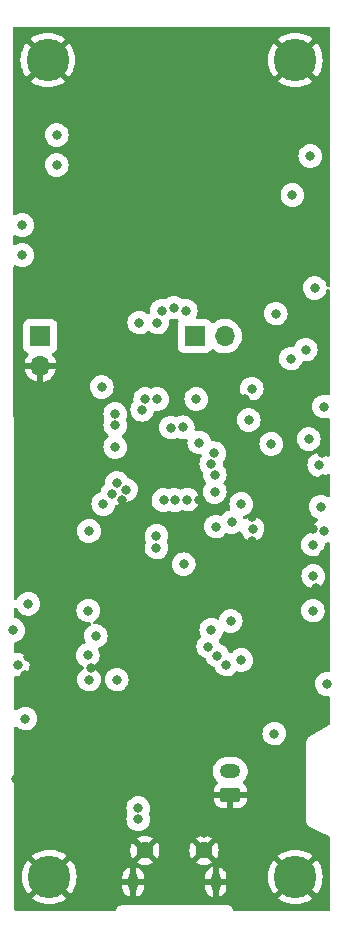
<source format=gbr>
%TF.GenerationSoftware,KiCad,Pcbnew,(6.0.8)*%
%TF.CreationDate,2023-06-03T22:28:48+01:00*%
%TF.ProjectId,circuit board design v2.1,63697263-7569-4742-9062-6f6172642064,rev?*%
%TF.SameCoordinates,Original*%
%TF.FileFunction,Copper,L3,Inr*%
%TF.FilePolarity,Positive*%
%FSLAX46Y46*%
G04 Gerber Fmt 4.6, Leading zero omitted, Abs format (unit mm)*
G04 Created by KiCad (PCBNEW (6.0.8)) date 2023-06-03 22:28:48*
%MOMM*%
%LPD*%
G01*
G04 APERTURE LIST*
G04 Aperture macros list*
%AMRoundRect*
0 Rectangle with rounded corners*
0 $1 Rounding radius*
0 $2 $3 $4 $5 $6 $7 $8 $9 X,Y pos of 4 corners*
0 Add a 4 corners polygon primitive as box body*
4,1,4,$2,$3,$4,$5,$6,$7,$8,$9,$2,$3,0*
0 Add four circle primitives for the rounded corners*
1,1,$1+$1,$2,$3*
1,1,$1+$1,$4,$5*
1,1,$1+$1,$6,$7*
1,1,$1+$1,$8,$9*
0 Add four rect primitives between the rounded corners*
20,1,$1+$1,$2,$3,$4,$5,0*
20,1,$1+$1,$4,$5,$6,$7,0*
20,1,$1+$1,$6,$7,$8,$9,0*
20,1,$1+$1,$8,$9,$2,$3,0*%
G04 Aperture macros list end*
%TA.AperFunction,ComponentPad*%
%ADD10C,1.450000*%
%TD*%
%TA.AperFunction,ComponentPad*%
%ADD11O,0.800000X1.600000*%
%TD*%
%TA.AperFunction,ComponentPad*%
%ADD12C,3.600000*%
%TD*%
%TA.AperFunction,ComponentPad*%
%ADD13R,1.700000X1.700000*%
%TD*%
%TA.AperFunction,ComponentPad*%
%ADD14O,1.700000X1.700000*%
%TD*%
%TA.AperFunction,ComponentPad*%
%ADD15RoundRect,0.250000X0.625000X-0.350000X0.625000X0.350000X-0.625000X0.350000X-0.625000X-0.350000X0*%
%TD*%
%TA.AperFunction,ComponentPad*%
%ADD16O,1.750000X1.200000*%
%TD*%
%TA.AperFunction,ViaPad*%
%ADD17C,0.800000*%
%TD*%
G04 APERTURE END LIST*
D10*
%TO.N,GND*%
%TO.C,J3*%
X33747000Y-88251000D03*
X38747000Y-88251000D03*
D11*
X32747000Y-90951000D03*
X39747000Y-90951000D03*
%TD*%
D12*
%TO.N,GND*%
%TO.C,H4*%
X46482000Y-90500000D03*
%TD*%
D13*
%TO.N,+3.3V*%
%TO.C,J1*%
X24892000Y-44699000D03*
D14*
%TO.N,GND*%
X24892000Y-47239000D03*
%TD*%
D15*
%TO.N,GND*%
%TO.C,J2*%
X40984000Y-83550000D03*
D16*
%TO.N,/Power/Battery+*%
X40984000Y-81550000D03*
%TD*%
D12*
%TO.N,GND*%
%TO.C,H2*%
X46482000Y-21336000D03*
%TD*%
D13*
%TO.N,/MCU/SYS_JTCK_SWCLK*%
%TO.C,J6*%
X37968000Y-44704000D03*
D14*
%TO.N,/MCU/SYS_JTMS_SWDIO*%
X40508000Y-44704000D03*
%TD*%
D12*
%TO.N,GND*%
%TO.C,H3*%
X25527000Y-21336000D03*
%TD*%
%TO.N,GND*%
%TO.C,H1*%
X25654000Y-90500000D03*
%TD*%
D17*
%TO.N,/GPS/GPS_UART_TX_Module*%
X26289000Y-30226000D03*
%TO.N,/GPS/GPS_UART_RX_Module*%
X26289000Y-27686000D03*
X36195000Y-42291000D03*
%TO.N,/GPS/GPS_UART_TX_Module*%
X35179000Y-42545000D03*
%TO.N,/GPS/GPS_Reset*%
X37211000Y-42545000D03*
X46236000Y-32758000D03*
%TO.N,+3.3V*%
X48133000Y-40640000D03*
X44831000Y-42799000D03*
%TO.N,/MCU/Radio_DIO2*%
X31242000Y-54102000D03*
%TO.N,/MCU/Radio_DIO4*%
X39364753Y-55537530D03*
%TO.N,/MCU/Radio_DIO5*%
X39656500Y-56441100D03*
%TO.N,/MCU/Radio_DIO3*%
X39619959Y-54622969D03*
%TO.N,/MCU/Radio_Enable*%
X37039311Y-64025423D03*
%TO.N,/MCU/I2C1_SDA*%
X48921140Y-61203806D03*
X33782000Y-50038000D03*
X28908006Y-71734469D03*
X47621270Y-53427500D03*
%TO.N,GND*%
X41021000Y-66802000D03*
X47800000Y-34800000D03*
X41500000Y-20000000D03*
X42846944Y-62086056D03*
X23114000Y-51816000D03*
X47965502Y-61007500D03*
X23876000Y-70739000D03*
X23749000Y-65278000D03*
X38735000Y-86741000D03*
X37900000Y-20000000D03*
X32004000Y-50038000D03*
X42799000Y-56642000D03*
X24400000Y-30700000D03*
X41500000Y-23400000D03*
X38312005Y-58606306D03*
X42063380Y-63981120D03*
X42866498Y-55372000D03*
X23622000Y-73406000D03*
X42237579Y-50011144D03*
X23495000Y-75438000D03*
X42796677Y-59999064D03*
X47800000Y-37500000D03*
X22860000Y-82169000D03*
X30226000Y-83820000D03*
X27432000Y-47879000D03*
X24400000Y-26100000D03*
X40666629Y-62584370D03*
X48260000Y-66040000D03*
X29015502Y-65913000D03*
X24400000Y-28400000D03*
X44577000Y-74676000D03*
X34300000Y-20000000D03*
X30700000Y-20000000D03*
X23876000Y-71842500D03*
X48895000Y-76454000D03*
X34300000Y-23400000D03*
X37900000Y-23400000D03*
X48855500Y-56769000D03*
X23368000Y-39370000D03*
X48768000Y-54610000D03*
X31369000Y-55549060D03*
X32512000Y-66929000D03*
X31767812Y-58594670D03*
X32512000Y-68326000D03*
X26035000Y-32766000D03*
X23368000Y-33782000D03*
X30700000Y-23400000D03*
X29150138Y-72790972D03*
X48895000Y-63119000D03*
X42799000Y-47625000D03*
X27773500Y-53562944D03*
X30226000Y-76200000D03*
X31242000Y-67056000D03*
X28067000Y-43180000D03*
X23876000Y-57531000D03*
X31242000Y-68199000D03*
X34729500Y-64008000D03*
%TO.N,+3.3V*%
X28956000Y-67945000D03*
X49149000Y-74168000D03*
X39751000Y-60833000D03*
X44704000Y-78359000D03*
X48641000Y-59173500D03*
X23368000Y-35306000D03*
X39116000Y-70993000D03*
X39878000Y-71755000D03*
X23622000Y-77089000D03*
X29015502Y-61205962D03*
X23860498Y-67381000D03*
X44450000Y-53838498D03*
X48895000Y-50673000D03*
X47965502Y-62357000D03*
X41021000Y-68834000D03*
X29015502Y-73787000D03*
X39370000Y-69596000D03*
X31369000Y-73787000D03*
X40640000Y-72517000D03*
X47752000Y-29464000D03*
X47965502Y-67945000D03*
X34729500Y-62611000D03*
X41910000Y-72136000D03*
X23368000Y-37846000D03*
X34798000Y-43561000D03*
X33274000Y-43561000D03*
X30099000Y-49022000D03*
X42799000Y-49149000D03*
%TO.N,+3.3VA*%
X39656500Y-57912000D03*
X41910000Y-58928000D03*
%TO.N,/MCU/I2C1_SCL*%
X29591000Y-70104000D03*
X42866413Y-61022688D03*
X33521151Y-50950970D03*
X48514000Y-55626000D03*
%TO.N,/MCU/Radio_DIO1*%
X31382154Y-57148560D03*
%TO.N,/MCU/Radio_DIO0*%
X30988000Y-58039000D03*
%TO.N,/MCU/Radio_TX*%
X32139681Y-57721017D03*
%TO.N,/MCU/Radio_RX*%
X30226000Y-58928000D03*
%TO.N,/MCU/Radio_Reset*%
X41110500Y-60452000D03*
%TO.N,/MCU/Radio_SPI1_SCK*%
X36277596Y-58596949D03*
%TO.N,/MCU/Radio_SPI1_MISO*%
X35323843Y-58599597D03*
%TO.N,/MCU/Radio_SPI1_MOSI*%
X34729500Y-61595000D03*
%TO.N,/MCU/Flash_QUADSPI_CLK*%
X42545000Y-51816000D03*
X37338000Y-58547000D03*
%TO.N,/MCU/USB_D-*%
X33186500Y-84673043D03*
X35941000Y-52451000D03*
%TO.N,/MCU/USB_D+*%
X36957000Y-52423000D03*
X33186500Y-85622546D03*
%TO.N,/MCU/Flash_QUADSPI_BK1_IO1*%
X38100000Y-50038000D03*
X46101000Y-46609000D03*
%TO.N,/MCU/Flash_QUADSPI_BK1_NCS*%
X34798000Y-50038000D03*
X47371000Y-45847000D03*
%TO.N,/MCU/Acc_Int1*%
X22606000Y-69596000D03*
X31242000Y-51308000D03*
%TO.N,/MCU/Gyro_Int3*%
X22987000Y-72517000D03*
X31242000Y-52257503D03*
%TO.N,/MCU/Mag_Data_Ready*%
X38354000Y-53722000D03*
X48006000Y-65024000D03*
%TD*%
%TA.AperFunction,Conductor*%
%TO.N,GND*%
G36*
X49325474Y-18527462D02*
G01*
X49380012Y-18582000D01*
X49399974Y-18656406D01*
X49407914Y-31207889D01*
X49413290Y-39705808D01*
X49413739Y-40416235D01*
X49393824Y-40490747D01*
X49339321Y-40545320D01*
X49264833Y-40565329D01*
X49190321Y-40545414D01*
X49135748Y-40490911D01*
X49119483Y-40447679D01*
X49119194Y-40444728D01*
X49062484Y-40256894D01*
X48970370Y-40083653D01*
X48965767Y-40078010D01*
X48965765Y-40078006D01*
X48850964Y-39937246D01*
X48846361Y-39931602D01*
X48695180Y-39806535D01*
X48522585Y-39713213D01*
X48392202Y-39672853D01*
X48342111Y-39657347D01*
X48342109Y-39657347D01*
X48335152Y-39655193D01*
X48327910Y-39654432D01*
X48327906Y-39654431D01*
X48147260Y-39635444D01*
X48147259Y-39635444D01*
X48140019Y-39634683D01*
X47944618Y-39652466D01*
X47756393Y-39707864D01*
X47582512Y-39798767D01*
X47429600Y-39921711D01*
X47303480Y-40072016D01*
X47208956Y-40243954D01*
X47149628Y-40430978D01*
X47148815Y-40438222D01*
X47148815Y-40438224D01*
X47136792Y-40545414D01*
X47127757Y-40625963D01*
X47144175Y-40821483D01*
X47198258Y-41010091D01*
X47287944Y-41184601D01*
X47409818Y-41338369D01*
X47559238Y-41465535D01*
X47565601Y-41469091D01*
X47724149Y-41557701D01*
X47724155Y-41557704D01*
X47730513Y-41561257D01*
X47917118Y-41621889D01*
X47990397Y-41630627D01*
X48104715Y-41644259D01*
X48104718Y-41644259D01*
X48111946Y-41645121D01*
X48223443Y-41636542D01*
X48300314Y-41630627D01*
X48300316Y-41630627D01*
X48307576Y-41630068D01*
X48453051Y-41589450D01*
X48489533Y-41579264D01*
X48489534Y-41579264D01*
X48496556Y-41577303D01*
X48503062Y-41574016D01*
X48503066Y-41574015D01*
X48665184Y-41492123D01*
X48665185Y-41492123D01*
X48671689Y-41488837D01*
X48826303Y-41368040D01*
X48954509Y-41219511D01*
X49051425Y-41048909D01*
X49113358Y-40862732D01*
X49117189Y-40832406D01*
X49146331Y-40760995D01*
X49207274Y-40713723D01*
X49283689Y-40703256D01*
X49355100Y-40732398D01*
X49402372Y-40793341D01*
X49414014Y-40850987D01*
X49415105Y-42575431D01*
X49419539Y-49585795D01*
X49399624Y-49660307D01*
X49345121Y-49714880D01*
X49270633Y-49734889D01*
X49226479Y-49728226D01*
X49104111Y-49690347D01*
X49104109Y-49690347D01*
X49097152Y-49688193D01*
X49089910Y-49687432D01*
X49089906Y-49687431D01*
X48909260Y-49668444D01*
X48909259Y-49668444D01*
X48902019Y-49667683D01*
X48706618Y-49685466D01*
X48518393Y-49740864D01*
X48344512Y-49831767D01*
X48338838Y-49836329D01*
X48203043Y-49945511D01*
X48191600Y-49954711D01*
X48065480Y-50105016D01*
X47970956Y-50276954D01*
X47911628Y-50463978D01*
X47910815Y-50471222D01*
X47910815Y-50471224D01*
X47893788Y-50623022D01*
X47889757Y-50658963D01*
X47906175Y-50854483D01*
X47908185Y-50861492D01*
X47908185Y-50861493D01*
X47953605Y-51019889D01*
X47960258Y-51043091D01*
X48049944Y-51217601D01*
X48171818Y-51371369D01*
X48321238Y-51498535D01*
X48327601Y-51502091D01*
X48486149Y-51590701D01*
X48486155Y-51590704D01*
X48492513Y-51594257D01*
X48679118Y-51654889D01*
X48752397Y-51663627D01*
X48866715Y-51677259D01*
X48866718Y-51677259D01*
X48873946Y-51678121D01*
X48985443Y-51669542D01*
X49062314Y-51663627D01*
X49062316Y-51663627D01*
X49069576Y-51663068D01*
X49195267Y-51627974D01*
X49231845Y-51617761D01*
X49308969Y-51616953D01*
X49376164Y-51654815D01*
X49415426Y-51721202D01*
X49420915Y-51761178D01*
X49422814Y-54762560D01*
X49402899Y-54837072D01*
X49348396Y-54891645D01*
X49273908Y-54911654D01*
X49199396Y-54891739D01*
X49178841Y-54877463D01*
X49076180Y-54792535D01*
X48903585Y-54699213D01*
X48761301Y-54655169D01*
X48723111Y-54643347D01*
X48723109Y-54643347D01*
X48716152Y-54641193D01*
X48708910Y-54640432D01*
X48708906Y-54640431D01*
X48528260Y-54621444D01*
X48528259Y-54621444D01*
X48521019Y-54620683D01*
X48325618Y-54638466D01*
X48137393Y-54693864D01*
X47963512Y-54784767D01*
X47957838Y-54789329D01*
X47848224Y-54877461D01*
X47810600Y-54907711D01*
X47684480Y-55058016D01*
X47589956Y-55229954D01*
X47530628Y-55416978D01*
X47529815Y-55424222D01*
X47529815Y-55424224D01*
X47514424Y-55561437D01*
X47508757Y-55611963D01*
X47525175Y-55807483D01*
X47579258Y-55996091D01*
X47668944Y-56170601D01*
X47673466Y-56176306D01*
X47783468Y-56315095D01*
X47790818Y-56324369D01*
X47940238Y-56451535D01*
X47946601Y-56455091D01*
X48105149Y-56543701D01*
X48105155Y-56543704D01*
X48111513Y-56547257D01*
X48298118Y-56607889D01*
X48371397Y-56616627D01*
X48485715Y-56630259D01*
X48485718Y-56630259D01*
X48492946Y-56631121D01*
X48604443Y-56622542D01*
X48681314Y-56616627D01*
X48681316Y-56616627D01*
X48688576Y-56616068D01*
X48877556Y-56563303D01*
X48884062Y-56560016D01*
X48884066Y-56560015D01*
X49046184Y-56478123D01*
X49046185Y-56478123D01*
X49052689Y-56474837D01*
X49183177Y-56372889D01*
X49254170Y-56342755D01*
X49330723Y-56352155D01*
X49392321Y-56398571D01*
X49422457Y-56469568D01*
X49423907Y-56490211D01*
X49424239Y-57014282D01*
X49424926Y-58100493D01*
X49424995Y-58210186D01*
X49405080Y-58284698D01*
X49350577Y-58339271D01*
X49276089Y-58359280D01*
X49203294Y-58339824D01*
X49203180Y-58340035D01*
X49202297Y-58339557D01*
X49202295Y-58339556D01*
X49199234Y-58337902D01*
X49199227Y-58337897D01*
X49108001Y-58288572D01*
X49030585Y-58246713D01*
X48870527Y-58197167D01*
X48850111Y-58190847D01*
X48850109Y-58190847D01*
X48843152Y-58188693D01*
X48835910Y-58187932D01*
X48835906Y-58187931D01*
X48655260Y-58168944D01*
X48655259Y-58168944D01*
X48648019Y-58168183D01*
X48452618Y-58185966D01*
X48264393Y-58241364D01*
X48090512Y-58332267D01*
X48084838Y-58336829D01*
X48041526Y-58371653D01*
X47937600Y-58455211D01*
X47811480Y-58605516D01*
X47716956Y-58777454D01*
X47657628Y-58964478D01*
X47656815Y-58971722D01*
X47656815Y-58971724D01*
X47637469Y-59144198D01*
X47635757Y-59159463D01*
X47652175Y-59354983D01*
X47654185Y-59361992D01*
X47654185Y-59361993D01*
X47703580Y-59534252D01*
X47706258Y-59543591D01*
X47795944Y-59718101D01*
X47826847Y-59757091D01*
X47901683Y-59851511D01*
X47917818Y-59871869D01*
X48067238Y-59999035D01*
X48073601Y-60002591D01*
X48232149Y-60091201D01*
X48232155Y-60091204D01*
X48238513Y-60094757D01*
X48245450Y-60097011D01*
X48307766Y-60117259D01*
X48372451Y-60159266D01*
X48407466Y-60227988D01*
X48403429Y-60305010D01*
X48361422Y-60369695D01*
X48355086Y-60375087D01*
X48223426Y-60480944D01*
X48223418Y-60480952D01*
X48217740Y-60485517D01*
X48091620Y-60635822D01*
X47997096Y-60807760D01*
X47937768Y-60994784D01*
X47936955Y-61002028D01*
X47936955Y-61002030D01*
X47931956Y-61046595D01*
X47915897Y-61189769D01*
X47917439Y-61208129D01*
X47903779Y-61284036D01*
X47853995Y-61342945D01*
X47791221Y-61365795D01*
X47791535Y-61367440D01*
X47784375Y-61368806D01*
X47777120Y-61369466D01*
X47770133Y-61371522D01*
X47770130Y-61371523D01*
X47716033Y-61387445D01*
X47588895Y-61424864D01*
X47415014Y-61515767D01*
X47409340Y-61520329D01*
X47300660Y-61607710D01*
X47262102Y-61638711D01*
X47135982Y-61789016D01*
X47041458Y-61960954D01*
X46982130Y-62147978D01*
X46981317Y-62155222D01*
X46981317Y-62155224D01*
X46973838Y-62221902D01*
X46960259Y-62342963D01*
X46976677Y-62538483D01*
X46978687Y-62545492D01*
X46978687Y-62545493D01*
X47004326Y-62634907D01*
X47030760Y-62727091D01*
X47120446Y-62901601D01*
X47188585Y-62987572D01*
X47227943Y-63037229D01*
X47242320Y-63055369D01*
X47391740Y-63182535D01*
X47408601Y-63191958D01*
X47556651Y-63274701D01*
X47556657Y-63274704D01*
X47563015Y-63278257D01*
X47749620Y-63338889D01*
X47822899Y-63347627D01*
X47937217Y-63361259D01*
X47937220Y-63361259D01*
X47944448Y-63362121D01*
X48055945Y-63353542D01*
X48132816Y-63347627D01*
X48132818Y-63347627D01*
X48140078Y-63347068D01*
X48258183Y-63314092D01*
X48322035Y-63296264D01*
X48322036Y-63296264D01*
X48329058Y-63294303D01*
X48335564Y-63291016D01*
X48335568Y-63291015D01*
X48497686Y-63209123D01*
X48497687Y-63209123D01*
X48504191Y-63205837D01*
X48658805Y-63085040D01*
X48787011Y-62936511D01*
X48883927Y-62765909D01*
X48945860Y-62579732D01*
X48970451Y-62385071D01*
X48970843Y-62357000D01*
X48970436Y-62352851D01*
X48970262Y-62348694D01*
X48971672Y-62348635D01*
X48983237Y-62278799D01*
X49032196Y-62219202D01*
X49091720Y-62194181D01*
X49095716Y-62193874D01*
X49102731Y-62191915D01*
X49102733Y-62191915D01*
X49139756Y-62181578D01*
X49238512Y-62154004D01*
X49315634Y-62153196D01*
X49382829Y-62191058D01*
X49422091Y-62257445D01*
X49427580Y-62297421D01*
X49434367Y-73026363D01*
X49414452Y-73100875D01*
X49359949Y-73155448D01*
X49285461Y-73175457D01*
X49269792Y-73174641D01*
X49163260Y-73163444D01*
X49163259Y-73163444D01*
X49156019Y-73162683D01*
X48960618Y-73180466D01*
X48772393Y-73235864D01*
X48598512Y-73326767D01*
X48592838Y-73331329D01*
X48457043Y-73440511D01*
X48445600Y-73449711D01*
X48319480Y-73600016D01*
X48224956Y-73771954D01*
X48165628Y-73958978D01*
X48164815Y-73966222D01*
X48164815Y-73966224D01*
X48160746Y-74002499D01*
X48143757Y-74153963D01*
X48160175Y-74349483D01*
X48214258Y-74538091D01*
X48303944Y-74712601D01*
X48425818Y-74866369D01*
X48575238Y-74993535D01*
X48581601Y-74997091D01*
X48740149Y-75085701D01*
X48740155Y-75085704D01*
X48746513Y-75089257D01*
X48933118Y-75149889D01*
X49032805Y-75161776D01*
X49120715Y-75172259D01*
X49120718Y-75172259D01*
X49127946Y-75173121D01*
X49275382Y-75161776D01*
X49351192Y-75175964D01*
X49409754Y-75226157D01*
X49435373Y-75298905D01*
X49435812Y-75310243D01*
X49437201Y-77504243D01*
X49437223Y-77539718D01*
X49417308Y-77614230D01*
X49361272Y-77669677D01*
X48646472Y-78071752D01*
X47750736Y-78575603D01*
X47734711Y-78583394D01*
X47712184Y-78592725D01*
X47712180Y-78592727D01*
X47703159Y-78596464D01*
X47695412Y-78602408D01*
X47695411Y-78602409D01*
X47643756Y-78642046D01*
X47642556Y-78642957D01*
X47582546Y-78687944D01*
X47580433Y-78690635D01*
X47577718Y-78692718D01*
X47572399Y-78699650D01*
X47572397Y-78699652D01*
X47532127Y-78752134D01*
X47531109Y-78753446D01*
X47484892Y-78812298D01*
X47483547Y-78815444D01*
X47481464Y-78818159D01*
X47478125Y-78826221D01*
X47452827Y-78887296D01*
X47452179Y-78888837D01*
X47433653Y-78932182D01*
X47422750Y-78957690D01*
X47422265Y-78961077D01*
X47420956Y-78964238D01*
X47419818Y-78972885D01*
X47419817Y-78972887D01*
X47411186Y-79038449D01*
X47410973Y-79040002D01*
X47400356Y-79114211D01*
X47401522Y-79123906D01*
X47401522Y-79123910D01*
X47404434Y-79148118D01*
X47405500Y-79165910D01*
X47405500Y-85698398D01*
X47405125Y-85708961D01*
X47401406Y-85761290D01*
X47403258Y-85770875D01*
X47403258Y-85770878D01*
X47412142Y-85816865D01*
X47413572Y-85825677D01*
X47416153Y-85845278D01*
X47420956Y-85881762D01*
X47424694Y-85890787D01*
X47426881Y-85898948D01*
X47429546Y-85906942D01*
X47431399Y-85916534D01*
X47456163Y-85967454D01*
X47459801Y-85975541D01*
X47481464Y-86027841D01*
X47487412Y-86035592D01*
X47491636Y-86042909D01*
X47496280Y-86049943D01*
X47500551Y-86058725D01*
X47506946Y-86066099D01*
X47506951Y-86066106D01*
X47537630Y-86101479D01*
X47543276Y-86108397D01*
X47577718Y-86153282D01*
X47585469Y-86159229D01*
X47591431Y-86165191D01*
X47597746Y-86170791D01*
X47604148Y-86178173D01*
X47630111Y-86195728D01*
X47651023Y-86209868D01*
X47658265Y-86215088D01*
X47703159Y-86249536D01*
X47712183Y-86253274D01*
X47712185Y-86253275D01*
X47751622Y-86269610D01*
X47761227Y-86273993D01*
X48577080Y-86681919D01*
X49355135Y-87070947D01*
X49412842Y-87122120D01*
X49437232Y-87195290D01*
X49437500Y-87204217D01*
X49437500Y-93230500D01*
X49417538Y-93305000D01*
X49363000Y-93359538D01*
X49288500Y-93379500D01*
X41357216Y-93379500D01*
X41282716Y-93359538D01*
X41228178Y-93305000D01*
X41223946Y-93297134D01*
X41189001Y-93227243D01*
X41184613Y-93217629D01*
X41168274Y-93178183D01*
X41168274Y-93178182D01*
X41164536Y-93169159D01*
X41130088Y-93124265D01*
X41124868Y-93117023D01*
X41098645Y-93078241D01*
X41093173Y-93070148D01*
X41085791Y-93063746D01*
X41080191Y-93057431D01*
X41074229Y-93051469D01*
X41068282Y-93043718D01*
X41023397Y-93009276D01*
X41016479Y-93003630D01*
X40981106Y-92972951D01*
X40981099Y-92972946D01*
X40973725Y-92966551D01*
X40964943Y-92962280D01*
X40957909Y-92957636D01*
X40950592Y-92953412D01*
X40942841Y-92947464D01*
X40890541Y-92925801D01*
X40882454Y-92922163D01*
X40831534Y-92897399D01*
X40821942Y-92895546D01*
X40813948Y-92892881D01*
X40805787Y-92890694D01*
X40796762Y-92886956D01*
X40787079Y-92885681D01*
X40787078Y-92885681D01*
X40740677Y-92879572D01*
X40731865Y-92878142D01*
X40685878Y-92869258D01*
X40685875Y-92869258D01*
X40676290Y-92867406D01*
X40666553Y-92868098D01*
X40666552Y-92868098D01*
X40623961Y-92871125D01*
X40613398Y-92871500D01*
X31903602Y-92871500D01*
X31893039Y-92871125D01*
X31850448Y-92868098D01*
X31850447Y-92868098D01*
X31840710Y-92867406D01*
X31831126Y-92869258D01*
X31831121Y-92869258D01*
X31785145Y-92878141D01*
X31776332Y-92879571D01*
X31759092Y-92881841D01*
X31729920Y-92885681D01*
X31729918Y-92885682D01*
X31720238Y-92886956D01*
X31711221Y-92890691D01*
X31703070Y-92892875D01*
X31695053Y-92895548D01*
X31685466Y-92897400D01*
X31634575Y-92922150D01*
X31626436Y-92925810D01*
X31574159Y-92947464D01*
X31566408Y-92953411D01*
X31559096Y-92957633D01*
X31552058Y-92962280D01*
X31543275Y-92966551D01*
X31535898Y-92972949D01*
X31535895Y-92972951D01*
X31500521Y-93003630D01*
X31493603Y-93009276D01*
X31448718Y-93043718D01*
X31442771Y-93051469D01*
X31436809Y-93057431D01*
X31431209Y-93063746D01*
X31423827Y-93070148D01*
X31418355Y-93078241D01*
X31392132Y-93117023D01*
X31386912Y-93124265D01*
X31352464Y-93169159D01*
X31348726Y-93178182D01*
X31348726Y-93178183D01*
X31332387Y-93217629D01*
X31327999Y-93227243D01*
X31293054Y-93297134D01*
X31241882Y-93354842D01*
X31168712Y-93379232D01*
X31159784Y-93379500D01*
X22846250Y-93379500D01*
X22771750Y-93359538D01*
X22717212Y-93305000D01*
X22697250Y-93230749D01*
X22695702Y-92303337D01*
X24215736Y-92303337D01*
X24221748Y-92313751D01*
X24242298Y-92331773D01*
X24250019Y-92337697D01*
X24493473Y-92500368D01*
X24501895Y-92505230D01*
X24764503Y-92634734D01*
X24773480Y-92638453D01*
X25050755Y-92732575D01*
X25060143Y-92735091D01*
X25347317Y-92792213D01*
X25356963Y-92793483D01*
X25649133Y-92812633D01*
X25658867Y-92812633D01*
X25951037Y-92793483D01*
X25960683Y-92792213D01*
X26247857Y-92735091D01*
X26257245Y-92732575D01*
X26534520Y-92638453D01*
X26543497Y-92634734D01*
X26806105Y-92505230D01*
X26814527Y-92500368D01*
X27057981Y-92337697D01*
X27065702Y-92331773D01*
X27083379Y-92316270D01*
X27092021Y-92303337D01*
X45043736Y-92303337D01*
X45049748Y-92313751D01*
X45070298Y-92331773D01*
X45078019Y-92337697D01*
X45321473Y-92500368D01*
X45329895Y-92505230D01*
X45592503Y-92634734D01*
X45601480Y-92638453D01*
X45878755Y-92732575D01*
X45888143Y-92735091D01*
X46175317Y-92792213D01*
X46184963Y-92793483D01*
X46477133Y-92812633D01*
X46486867Y-92812633D01*
X46779037Y-92793483D01*
X46788683Y-92792213D01*
X47075857Y-92735091D01*
X47085245Y-92732575D01*
X47362520Y-92638453D01*
X47371497Y-92634734D01*
X47634105Y-92505230D01*
X47642527Y-92500368D01*
X47885981Y-92337697D01*
X47893702Y-92331773D01*
X47911379Y-92316270D01*
X47920277Y-92302954D01*
X47914959Y-92292169D01*
X46495871Y-90873081D01*
X46482000Y-90865073D01*
X46468129Y-90873081D01*
X45051744Y-92289466D01*
X45043736Y-92303337D01*
X27092021Y-92303337D01*
X27092277Y-92302954D01*
X27086959Y-92292169D01*
X25667871Y-90873081D01*
X25654000Y-90865073D01*
X25640129Y-90873081D01*
X24223744Y-92289466D01*
X24215736Y-92303337D01*
X22695702Y-92303337D01*
X22692699Y-90504867D01*
X23341367Y-90504867D01*
X23360517Y-90797037D01*
X23361787Y-90806683D01*
X23418909Y-91093857D01*
X23421425Y-91103245D01*
X23515547Y-91380520D01*
X23519266Y-91389497D01*
X23648770Y-91652105D01*
X23653632Y-91660527D01*
X23816303Y-91903981D01*
X23822227Y-91911702D01*
X23837730Y-91929379D01*
X23851046Y-91938277D01*
X23861831Y-91932959D01*
X25280919Y-90513871D01*
X25288927Y-90500000D01*
X26019073Y-90500000D01*
X26027081Y-90513871D01*
X27443466Y-91930256D01*
X27457337Y-91938264D01*
X27467751Y-91932252D01*
X27485773Y-91911702D01*
X27491697Y-91903981D01*
X27654368Y-91660527D01*
X27659230Y-91652105D01*
X27786173Y-91394690D01*
X31839000Y-91394690D01*
X31839408Y-91402471D01*
X31853133Y-91533062D01*
X31856362Y-91548249D01*
X31910518Y-91714924D01*
X31916835Y-91729112D01*
X32004464Y-91880891D01*
X32013588Y-91893448D01*
X32130858Y-92023691D01*
X32142396Y-92034081D01*
X32284183Y-92137094D01*
X32297633Y-92144859D01*
X32457730Y-92216139D01*
X32472507Y-92220941D01*
X32473813Y-92221219D01*
X32489807Y-92220380D01*
X32493000Y-92214115D01*
X32493000Y-92205681D01*
X33001000Y-92205681D01*
X33005145Y-92221152D01*
X33011939Y-92222972D01*
X33021493Y-92220941D01*
X33036270Y-92216139D01*
X33196367Y-92144859D01*
X33209817Y-92137094D01*
X33351604Y-92034081D01*
X33363142Y-92023691D01*
X33480412Y-91893448D01*
X33489536Y-91880891D01*
X33577165Y-91729112D01*
X33583482Y-91714924D01*
X33637638Y-91548249D01*
X33640867Y-91533062D01*
X33654592Y-91402471D01*
X33655000Y-91394690D01*
X38839000Y-91394690D01*
X38839408Y-91402471D01*
X38853133Y-91533062D01*
X38856362Y-91548249D01*
X38910518Y-91714924D01*
X38916835Y-91729112D01*
X39004464Y-91880891D01*
X39013588Y-91893448D01*
X39130858Y-92023691D01*
X39142396Y-92034081D01*
X39284183Y-92137094D01*
X39297633Y-92144859D01*
X39457730Y-92216139D01*
X39472507Y-92220941D01*
X39473813Y-92221219D01*
X39489807Y-92220380D01*
X39493000Y-92214115D01*
X39493000Y-92205681D01*
X40001000Y-92205681D01*
X40005145Y-92221152D01*
X40011939Y-92222972D01*
X40021493Y-92220941D01*
X40036270Y-92216139D01*
X40196367Y-92144859D01*
X40209817Y-92137094D01*
X40351604Y-92034081D01*
X40363142Y-92023691D01*
X40480412Y-91893448D01*
X40489536Y-91880891D01*
X40577165Y-91729112D01*
X40583482Y-91714924D01*
X40637638Y-91548249D01*
X40640867Y-91533062D01*
X40654592Y-91402471D01*
X40655000Y-91394690D01*
X40655000Y-91224616D01*
X40650855Y-91209145D01*
X40635384Y-91205000D01*
X40020616Y-91205000D01*
X40005145Y-91209145D01*
X40001000Y-91224616D01*
X40001000Y-92205681D01*
X39493000Y-92205681D01*
X39493000Y-91224616D01*
X39488855Y-91209145D01*
X39473384Y-91205000D01*
X38858616Y-91205000D01*
X38843145Y-91209145D01*
X38839000Y-91224616D01*
X38839000Y-91394690D01*
X33655000Y-91394690D01*
X33655000Y-91224616D01*
X33650855Y-91209145D01*
X33635384Y-91205000D01*
X33020616Y-91205000D01*
X33005145Y-91209145D01*
X33001000Y-91224616D01*
X33001000Y-92205681D01*
X32493000Y-92205681D01*
X32493000Y-91224616D01*
X32488855Y-91209145D01*
X32473384Y-91205000D01*
X31858616Y-91205000D01*
X31843145Y-91209145D01*
X31839000Y-91224616D01*
X31839000Y-91394690D01*
X27786173Y-91394690D01*
X27788734Y-91389497D01*
X27792453Y-91380520D01*
X27886575Y-91103245D01*
X27889091Y-91093857D01*
X27946213Y-90806683D01*
X27947483Y-90797037D01*
X27955326Y-90677384D01*
X31839000Y-90677384D01*
X31843145Y-90692855D01*
X31858616Y-90697000D01*
X32473384Y-90697000D01*
X32488855Y-90692855D01*
X32493000Y-90677384D01*
X33001000Y-90677384D01*
X33005145Y-90692855D01*
X33020616Y-90697000D01*
X33635384Y-90697000D01*
X33650855Y-90692855D01*
X33655000Y-90677384D01*
X38839000Y-90677384D01*
X38843145Y-90692855D01*
X38858616Y-90697000D01*
X39473384Y-90697000D01*
X39488855Y-90692855D01*
X39493000Y-90677384D01*
X40001000Y-90677384D01*
X40005145Y-90692855D01*
X40020616Y-90697000D01*
X40635384Y-90697000D01*
X40650855Y-90692855D01*
X40655000Y-90677384D01*
X40655000Y-90507310D01*
X40654872Y-90504867D01*
X44169367Y-90504867D01*
X44188517Y-90797037D01*
X44189787Y-90806683D01*
X44246909Y-91093857D01*
X44249425Y-91103245D01*
X44343547Y-91380520D01*
X44347266Y-91389497D01*
X44476770Y-91652105D01*
X44481632Y-91660527D01*
X44644303Y-91903981D01*
X44650227Y-91911702D01*
X44665730Y-91929379D01*
X44679046Y-91938277D01*
X44689831Y-91932959D01*
X46108919Y-90513871D01*
X46116927Y-90500000D01*
X46847073Y-90500000D01*
X46855081Y-90513871D01*
X48271466Y-91930256D01*
X48285337Y-91938264D01*
X48295751Y-91932252D01*
X48313773Y-91911702D01*
X48319697Y-91903981D01*
X48482368Y-91660527D01*
X48487230Y-91652105D01*
X48616734Y-91389497D01*
X48620453Y-91380520D01*
X48714575Y-91103245D01*
X48717091Y-91093857D01*
X48774213Y-90806683D01*
X48775483Y-90797037D01*
X48794633Y-90504867D01*
X48794633Y-90495133D01*
X48775483Y-90202963D01*
X48774213Y-90193317D01*
X48717091Y-89906143D01*
X48714575Y-89896755D01*
X48620453Y-89619480D01*
X48616734Y-89610503D01*
X48487230Y-89347895D01*
X48482368Y-89339473D01*
X48319697Y-89096019D01*
X48313773Y-89088298D01*
X48298270Y-89070621D01*
X48284954Y-89061723D01*
X48274169Y-89067041D01*
X46855081Y-90486129D01*
X46847073Y-90500000D01*
X46116927Y-90500000D01*
X46108919Y-90486129D01*
X44692534Y-89069744D01*
X44678663Y-89061736D01*
X44668249Y-89067748D01*
X44650227Y-89088298D01*
X44644303Y-89096019D01*
X44481632Y-89339473D01*
X44476770Y-89347895D01*
X44347266Y-89610503D01*
X44343547Y-89619480D01*
X44249425Y-89896755D01*
X44246909Y-89906143D01*
X44189787Y-90193317D01*
X44188517Y-90202963D01*
X44169367Y-90495133D01*
X44169367Y-90504867D01*
X40654872Y-90504867D01*
X40654592Y-90499529D01*
X40640867Y-90368938D01*
X40637638Y-90353751D01*
X40583482Y-90187076D01*
X40577165Y-90172888D01*
X40489536Y-90021109D01*
X40480412Y-90008552D01*
X40363142Y-89878309D01*
X40351604Y-89867919D01*
X40209817Y-89764906D01*
X40196367Y-89757141D01*
X40036270Y-89685861D01*
X40021493Y-89681059D01*
X40020187Y-89680781D01*
X40004193Y-89681620D01*
X40001000Y-89687885D01*
X40001000Y-90677384D01*
X39493000Y-90677384D01*
X39493000Y-89696319D01*
X39488855Y-89680848D01*
X39482061Y-89679028D01*
X39472507Y-89681059D01*
X39457730Y-89685861D01*
X39297633Y-89757141D01*
X39284183Y-89764906D01*
X39142396Y-89867919D01*
X39130858Y-89878309D01*
X39013588Y-90008552D01*
X39004464Y-90021109D01*
X38916835Y-90172888D01*
X38910518Y-90187076D01*
X38856362Y-90353751D01*
X38853133Y-90368938D01*
X38839408Y-90499529D01*
X38839000Y-90507310D01*
X38839000Y-90677384D01*
X33655000Y-90677384D01*
X33655000Y-90507310D01*
X33654592Y-90499529D01*
X33640867Y-90368938D01*
X33637638Y-90353751D01*
X33583482Y-90187076D01*
X33577165Y-90172888D01*
X33489536Y-90021109D01*
X33480412Y-90008552D01*
X33363142Y-89878309D01*
X33351604Y-89867919D01*
X33209817Y-89764906D01*
X33196367Y-89757141D01*
X33036270Y-89685861D01*
X33021493Y-89681059D01*
X33020187Y-89680781D01*
X33004193Y-89681620D01*
X33001000Y-89687885D01*
X33001000Y-90677384D01*
X32493000Y-90677384D01*
X32493000Y-89696319D01*
X32488855Y-89680848D01*
X32482061Y-89679028D01*
X32472507Y-89681059D01*
X32457730Y-89685861D01*
X32297633Y-89757141D01*
X32284183Y-89764906D01*
X32142396Y-89867919D01*
X32130858Y-89878309D01*
X32013588Y-90008552D01*
X32004464Y-90021109D01*
X31916835Y-90172888D01*
X31910518Y-90187076D01*
X31856362Y-90353751D01*
X31853133Y-90368938D01*
X31839408Y-90499529D01*
X31839000Y-90507310D01*
X31839000Y-90677384D01*
X27955326Y-90677384D01*
X27966633Y-90504867D01*
X27966633Y-90495133D01*
X27947483Y-90202963D01*
X27946213Y-90193317D01*
X27889091Y-89906143D01*
X27886575Y-89896755D01*
X27792453Y-89619480D01*
X27788734Y-89610503D01*
X27659230Y-89347895D01*
X27654368Y-89339473D01*
X27617468Y-89284248D01*
X33078825Y-89284248D01*
X33082803Y-89291139D01*
X33122815Y-89319156D01*
X33134043Y-89325638D01*
X33317785Y-89411319D01*
X33329959Y-89415750D01*
X33525795Y-89468224D01*
X33538550Y-89470473D01*
X33740519Y-89488143D01*
X33753481Y-89488143D01*
X33955450Y-89470473D01*
X33968205Y-89468224D01*
X34164041Y-89415750D01*
X34176215Y-89411319D01*
X34359957Y-89325638D01*
X34371185Y-89319156D01*
X34404969Y-89295500D01*
X34414410Y-89284248D01*
X38078825Y-89284248D01*
X38082803Y-89291139D01*
X38122815Y-89319156D01*
X38134043Y-89325638D01*
X38317785Y-89411319D01*
X38329959Y-89415750D01*
X38525795Y-89468224D01*
X38538550Y-89470473D01*
X38740519Y-89488143D01*
X38753481Y-89488143D01*
X38955450Y-89470473D01*
X38968205Y-89468224D01*
X39164041Y-89415750D01*
X39176215Y-89411319D01*
X39359957Y-89325638D01*
X39371185Y-89319156D01*
X39404969Y-89295500D01*
X39415264Y-89283230D01*
X39412543Y-89275753D01*
X38760871Y-88624081D01*
X38747000Y-88616073D01*
X38733129Y-88624081D01*
X38086833Y-89270377D01*
X38078825Y-89284248D01*
X34414410Y-89284248D01*
X34415264Y-89283230D01*
X34412543Y-89275753D01*
X33760871Y-88624081D01*
X33747000Y-88616073D01*
X33733129Y-88624081D01*
X33086833Y-89270377D01*
X33078825Y-89284248D01*
X27617468Y-89284248D01*
X27491697Y-89096019D01*
X27485773Y-89088298D01*
X27470270Y-89070621D01*
X27456954Y-89061723D01*
X27446169Y-89067041D01*
X26027081Y-90486129D01*
X26019073Y-90500000D01*
X25288927Y-90500000D01*
X25280919Y-90486129D01*
X23864534Y-89069744D01*
X23850663Y-89061736D01*
X23840249Y-89067748D01*
X23822227Y-89088298D01*
X23816303Y-89096019D01*
X23653632Y-89339473D01*
X23648770Y-89347895D01*
X23519266Y-89610503D01*
X23515547Y-89619480D01*
X23421425Y-89896755D01*
X23418909Y-89906143D01*
X23361787Y-90193317D01*
X23360517Y-90202963D01*
X23341367Y-90495133D01*
X23341367Y-90504867D01*
X22692699Y-90504867D01*
X22689681Y-88697046D01*
X24215723Y-88697046D01*
X24221041Y-88707831D01*
X25640129Y-90126919D01*
X25654000Y-90134927D01*
X25667871Y-90126919D01*
X27084256Y-88710534D01*
X27092264Y-88696663D01*
X27086252Y-88686249D01*
X27065702Y-88668227D01*
X27057981Y-88662303D01*
X26814527Y-88499632D01*
X26806105Y-88494770D01*
X26543497Y-88365266D01*
X26534520Y-88361547D01*
X26257245Y-88267425D01*
X26247857Y-88264909D01*
X26210514Y-88257481D01*
X32509857Y-88257481D01*
X32527527Y-88459450D01*
X32529776Y-88472205D01*
X32582250Y-88668041D01*
X32586681Y-88680215D01*
X32672362Y-88863957D01*
X32678844Y-88875185D01*
X32702500Y-88908969D01*
X32714770Y-88919264D01*
X32722247Y-88916543D01*
X33373919Y-88264871D01*
X33381927Y-88251000D01*
X34112073Y-88251000D01*
X34120081Y-88264871D01*
X34766377Y-88911167D01*
X34780248Y-88919175D01*
X34787139Y-88915197D01*
X34815156Y-88875185D01*
X34821638Y-88863957D01*
X34907319Y-88680215D01*
X34911750Y-88668041D01*
X34964224Y-88472205D01*
X34966473Y-88459450D01*
X34984143Y-88257481D01*
X37509857Y-88257481D01*
X37527527Y-88459450D01*
X37529776Y-88472205D01*
X37582250Y-88668041D01*
X37586681Y-88680215D01*
X37672362Y-88863957D01*
X37678844Y-88875185D01*
X37702500Y-88908969D01*
X37714770Y-88919264D01*
X37722247Y-88916543D01*
X38373919Y-88264871D01*
X38381927Y-88251000D01*
X39112073Y-88251000D01*
X39120081Y-88264871D01*
X39766377Y-88911167D01*
X39780248Y-88919175D01*
X39787139Y-88915197D01*
X39815156Y-88875185D01*
X39821638Y-88863957D01*
X39899471Y-88697046D01*
X45043723Y-88697046D01*
X45049041Y-88707831D01*
X46468129Y-90126919D01*
X46482000Y-90134927D01*
X46495871Y-90126919D01*
X47912256Y-88710534D01*
X47920264Y-88696663D01*
X47914252Y-88686249D01*
X47893702Y-88668227D01*
X47885981Y-88662303D01*
X47642527Y-88499632D01*
X47634105Y-88494770D01*
X47371497Y-88365266D01*
X47362520Y-88361547D01*
X47085245Y-88267425D01*
X47075857Y-88264909D01*
X46788683Y-88207787D01*
X46779037Y-88206517D01*
X46486867Y-88187367D01*
X46477133Y-88187367D01*
X46184963Y-88206517D01*
X46175317Y-88207787D01*
X45888143Y-88264909D01*
X45878755Y-88267425D01*
X45601480Y-88361547D01*
X45592503Y-88365266D01*
X45329895Y-88494770D01*
X45321473Y-88499632D01*
X45078019Y-88662303D01*
X45070298Y-88668227D01*
X45052621Y-88683730D01*
X45043723Y-88697046D01*
X39899471Y-88697046D01*
X39907319Y-88680215D01*
X39911750Y-88668041D01*
X39964224Y-88472205D01*
X39966473Y-88459450D01*
X39984143Y-88257481D01*
X39984143Y-88244519D01*
X39966473Y-88042550D01*
X39964224Y-88029795D01*
X39911750Y-87833959D01*
X39907319Y-87821785D01*
X39821638Y-87638043D01*
X39815156Y-87626815D01*
X39791500Y-87593031D01*
X39779230Y-87582736D01*
X39771753Y-87585457D01*
X39120081Y-88237129D01*
X39112073Y-88251000D01*
X38381927Y-88251000D01*
X38373919Y-88237129D01*
X37727623Y-87590833D01*
X37713752Y-87582825D01*
X37706861Y-87586803D01*
X37678844Y-87626815D01*
X37672362Y-87638043D01*
X37586681Y-87821785D01*
X37582250Y-87833959D01*
X37529776Y-88029795D01*
X37527527Y-88042550D01*
X37509857Y-88244519D01*
X37509857Y-88257481D01*
X34984143Y-88257481D01*
X34984143Y-88244519D01*
X34966473Y-88042550D01*
X34964224Y-88029795D01*
X34911750Y-87833959D01*
X34907319Y-87821785D01*
X34821638Y-87638043D01*
X34815156Y-87626815D01*
X34791500Y-87593031D01*
X34779230Y-87582736D01*
X34771753Y-87585457D01*
X34120081Y-88237129D01*
X34112073Y-88251000D01*
X33381927Y-88251000D01*
X33373919Y-88237129D01*
X32727623Y-87590833D01*
X32713752Y-87582825D01*
X32706861Y-87586803D01*
X32678844Y-87626815D01*
X32672362Y-87638043D01*
X32586681Y-87821785D01*
X32582250Y-87833959D01*
X32529776Y-88029795D01*
X32527527Y-88042550D01*
X32509857Y-88244519D01*
X32509857Y-88257481D01*
X26210514Y-88257481D01*
X25960683Y-88207787D01*
X25951037Y-88206517D01*
X25658867Y-88187367D01*
X25649133Y-88187367D01*
X25356963Y-88206517D01*
X25347317Y-88207787D01*
X25060143Y-88264909D01*
X25050755Y-88267425D01*
X24773480Y-88361547D01*
X24764503Y-88365266D01*
X24501895Y-88494770D01*
X24493473Y-88499632D01*
X24250019Y-88662303D01*
X24242298Y-88668227D01*
X24224621Y-88683730D01*
X24215723Y-88697046D01*
X22689681Y-88697046D01*
X22687213Y-87218770D01*
X33078736Y-87218770D01*
X33081457Y-87226247D01*
X33733129Y-87877919D01*
X33747000Y-87885927D01*
X33760871Y-87877919D01*
X34407167Y-87231623D01*
X34414587Y-87218770D01*
X38078736Y-87218770D01*
X38081457Y-87226247D01*
X38733129Y-87877919D01*
X38747000Y-87885927D01*
X38760871Y-87877919D01*
X39407167Y-87231623D01*
X39415175Y-87217752D01*
X39411197Y-87210861D01*
X39371185Y-87182844D01*
X39359957Y-87176362D01*
X39176215Y-87090681D01*
X39164041Y-87086250D01*
X38968205Y-87033776D01*
X38955450Y-87031527D01*
X38753481Y-87013857D01*
X38740519Y-87013857D01*
X38538550Y-87031527D01*
X38525795Y-87033776D01*
X38329959Y-87086250D01*
X38317785Y-87090681D01*
X38134043Y-87176362D01*
X38122815Y-87182844D01*
X38089031Y-87206500D01*
X38078736Y-87218770D01*
X34414587Y-87218770D01*
X34415175Y-87217752D01*
X34411197Y-87210861D01*
X34371185Y-87182844D01*
X34359957Y-87176362D01*
X34176215Y-87090681D01*
X34164041Y-87086250D01*
X33968205Y-87033776D01*
X33955450Y-87031527D01*
X33753481Y-87013857D01*
X33740519Y-87013857D01*
X33538550Y-87031527D01*
X33525795Y-87033776D01*
X33329959Y-87086250D01*
X33317785Y-87090681D01*
X33134043Y-87176362D01*
X33122815Y-87182844D01*
X33089031Y-87206500D01*
X33078736Y-87218770D01*
X22687213Y-87218770D01*
X22684525Y-85608509D01*
X32181257Y-85608509D01*
X32197675Y-85804029D01*
X32199685Y-85811038D01*
X32199685Y-85811039D01*
X32245681Y-85971445D01*
X32251758Y-85992637D01*
X32341444Y-86167147D01*
X32463318Y-86320915D01*
X32612738Y-86448081D01*
X32619101Y-86451637D01*
X32777649Y-86540247D01*
X32777655Y-86540250D01*
X32784013Y-86543803D01*
X32970618Y-86604435D01*
X33043897Y-86613173D01*
X33158215Y-86626805D01*
X33158218Y-86626805D01*
X33165446Y-86627667D01*
X33276943Y-86619088D01*
X33353814Y-86613173D01*
X33353816Y-86613173D01*
X33361076Y-86612614D01*
X33550056Y-86559849D01*
X33556562Y-86556562D01*
X33556566Y-86556561D01*
X33718684Y-86474669D01*
X33718685Y-86474669D01*
X33725189Y-86471383D01*
X33879803Y-86350586D01*
X34008009Y-86202057D01*
X34085240Y-86066106D01*
X34101327Y-86037789D01*
X34101328Y-86037787D01*
X34104925Y-86031455D01*
X34166858Y-85845278D01*
X34170448Y-85816865D01*
X34178698Y-85751552D01*
X34191449Y-85650617D01*
X34191841Y-85622546D01*
X34172694Y-85427274D01*
X34115984Y-85239440D01*
X34105496Y-85219715D01*
X34088146Y-85144564D01*
X34100937Y-85089159D01*
X34101322Y-85088295D01*
X34104925Y-85081952D01*
X34166858Y-84895775D01*
X34191449Y-84701114D01*
X34191841Y-84673043D01*
X34172694Y-84477771D01*
X34115984Y-84289937D01*
X34023870Y-84116696D01*
X34019267Y-84111053D01*
X34019265Y-84111049D01*
X33904464Y-83970289D01*
X33899861Y-83964645D01*
X33877931Y-83946503D01*
X39601001Y-83946503D01*
X39601400Y-83954204D01*
X39611127Y-84047953D01*
X39614547Y-84063793D01*
X39665168Y-84215524D01*
X39672461Y-84231093D01*
X39756359Y-84366669D01*
X39767048Y-84380156D01*
X39879883Y-84492795D01*
X39893377Y-84503452D01*
X40029105Y-84587115D01*
X40044693Y-84594384D01*
X40196518Y-84644743D01*
X40212333Y-84648133D01*
X40304849Y-84657612D01*
X40312444Y-84658000D01*
X40710384Y-84658000D01*
X40725855Y-84653855D01*
X40730000Y-84638384D01*
X40730000Y-84638383D01*
X41238000Y-84638383D01*
X41242145Y-84653854D01*
X41257616Y-84657999D01*
X41655503Y-84657999D01*
X41663204Y-84657600D01*
X41756953Y-84647873D01*
X41772793Y-84644453D01*
X41924524Y-84593832D01*
X41940093Y-84586539D01*
X42075669Y-84502641D01*
X42089156Y-84491952D01*
X42201795Y-84379117D01*
X42212452Y-84365623D01*
X42296115Y-84229895D01*
X42303384Y-84214307D01*
X42353743Y-84062482D01*
X42357133Y-84046667D01*
X42366612Y-83954151D01*
X42367000Y-83946556D01*
X42367000Y-83823616D01*
X42362855Y-83808145D01*
X42347384Y-83804000D01*
X41257616Y-83804000D01*
X41242145Y-83808145D01*
X41238000Y-83823616D01*
X41238000Y-84638383D01*
X40730000Y-84638383D01*
X40730000Y-83823616D01*
X40725855Y-83808145D01*
X40710384Y-83804000D01*
X39620617Y-83804000D01*
X39605146Y-83808145D01*
X39601001Y-83823616D01*
X39601001Y-83946503D01*
X33877931Y-83946503D01*
X33748680Y-83839578D01*
X33576085Y-83746256D01*
X33445702Y-83705896D01*
X33395611Y-83690390D01*
X33395609Y-83690390D01*
X33388652Y-83688236D01*
X33381410Y-83687475D01*
X33381406Y-83687474D01*
X33200760Y-83668487D01*
X33200759Y-83668487D01*
X33193519Y-83667726D01*
X32998118Y-83685509D01*
X32809893Y-83740907D01*
X32636012Y-83831810D01*
X32483100Y-83954754D01*
X32356980Y-84105059D01*
X32262456Y-84276997D01*
X32203128Y-84464021D01*
X32202315Y-84471265D01*
X32202315Y-84471267D01*
X32182069Y-84651765D01*
X32181257Y-84659006D01*
X32197675Y-84854526D01*
X32251758Y-85043134D01*
X32269419Y-85077499D01*
X32285718Y-85152884D01*
X32268617Y-85213320D01*
X32268838Y-85213415D01*
X32268110Y-85215113D01*
X32267468Y-85217383D01*
X32262456Y-85226500D01*
X32203128Y-85413524D01*
X32202315Y-85420768D01*
X32202315Y-85420770D01*
X32200773Y-85434520D01*
X32181257Y-85608509D01*
X22684525Y-85608509D01*
X22677907Y-81644594D01*
X39507074Y-81644594D01*
X39544438Y-81862043D01*
X39546799Y-81868442D01*
X39546800Y-81868447D01*
X39553172Y-81885719D01*
X39620804Y-82069043D01*
X39733614Y-82258659D01*
X39738122Y-82263799D01*
X39872711Y-82417269D01*
X39906824Y-82486443D01*
X39901780Y-82563406D01*
X39866137Y-82620779D01*
X39766202Y-82720888D01*
X39755548Y-82734377D01*
X39671885Y-82870105D01*
X39664616Y-82885693D01*
X39614257Y-83037518D01*
X39610867Y-83053333D01*
X39601388Y-83145849D01*
X39601000Y-83153445D01*
X39601000Y-83276384D01*
X39605145Y-83291855D01*
X39620616Y-83296000D01*
X42347383Y-83296000D01*
X42362854Y-83291855D01*
X42366999Y-83276384D01*
X42366999Y-83153497D01*
X42366600Y-83145796D01*
X42356873Y-83052047D01*
X42353453Y-83036207D01*
X42302832Y-82884476D01*
X42295539Y-82868907D01*
X42211641Y-82733331D01*
X42200952Y-82719844D01*
X42100436Y-82619503D01*
X42061814Y-82552742D01*
X42061747Y-82475614D01*
X42096289Y-82412912D01*
X42210860Y-82288970D01*
X42210862Y-82288968D01*
X42215501Y-82283949D01*
X42333236Y-82097350D01*
X42414994Y-81892421D01*
X42458038Y-81676024D01*
X42460926Y-81455406D01*
X42423562Y-81237957D01*
X42421201Y-81231558D01*
X42421200Y-81231553D01*
X42349560Y-81037366D01*
X42347196Y-81030957D01*
X42234386Y-80841341D01*
X42088910Y-80675457D01*
X42083547Y-80671229D01*
X41921005Y-80543092D01*
X41921002Y-80543090D01*
X41915640Y-80538863D01*
X41808506Y-80482496D01*
X41726425Y-80439311D01*
X41726421Y-80439309D01*
X41720380Y-80436131D01*
X41622136Y-80405625D01*
X41516187Y-80372727D01*
X41516182Y-80372726D01*
X41509667Y-80370703D01*
X41502890Y-80369901D01*
X41502886Y-80369900D01*
X41334877Y-80350015D01*
X41334873Y-80350015D01*
X41330524Y-80349500D01*
X40653030Y-80349500D01*
X40489289Y-80364546D01*
X40276936Y-80424435D01*
X40270807Y-80427457D01*
X40270803Y-80427459D01*
X40246770Y-80439311D01*
X40079053Y-80522020D01*
X40073582Y-80526105D01*
X40073581Y-80526106D01*
X40050834Y-80543092D01*
X39902267Y-80654033D01*
X39897629Y-80659050D01*
X39897626Y-80659053D01*
X39877712Y-80680596D01*
X39752499Y-80816051D01*
X39634764Y-81002650D01*
X39553006Y-81207579D01*
X39509962Y-81423976D01*
X39507074Y-81644594D01*
X22677907Y-81644594D01*
X22672399Y-78344963D01*
X43698757Y-78344963D01*
X43715175Y-78540483D01*
X43717185Y-78547492D01*
X43717185Y-78547493D01*
X43744588Y-78643057D01*
X43769258Y-78729091D01*
X43858944Y-78903601D01*
X43901814Y-78957690D01*
X43966483Y-79039282D01*
X43980818Y-79057369D01*
X44130238Y-79184535D01*
X44136601Y-79188091D01*
X44295149Y-79276701D01*
X44295155Y-79276704D01*
X44301513Y-79280257D01*
X44488118Y-79340889D01*
X44561397Y-79349627D01*
X44675715Y-79363259D01*
X44675718Y-79363259D01*
X44682946Y-79364121D01*
X44794443Y-79355542D01*
X44871314Y-79349627D01*
X44871316Y-79349627D01*
X44878576Y-79349068D01*
X45067556Y-79296303D01*
X45074062Y-79293016D01*
X45074066Y-79293015D01*
X45236184Y-79211123D01*
X45236185Y-79211123D01*
X45242689Y-79207837D01*
X45397303Y-79087040D01*
X45525509Y-78938511D01*
X45622425Y-78767909D01*
X45684358Y-78581732D01*
X45708949Y-78387071D01*
X45709341Y-78359000D01*
X45690194Y-78163728D01*
X45633484Y-77975894D01*
X45562421Y-77842244D01*
X45544792Y-77809088D01*
X45544790Y-77809085D01*
X45541370Y-77802653D01*
X45536767Y-77797010D01*
X45536765Y-77797006D01*
X45421964Y-77656246D01*
X45417361Y-77650602D01*
X45266180Y-77525535D01*
X45093585Y-77432213D01*
X44963202Y-77391853D01*
X44913111Y-77376347D01*
X44913109Y-77376347D01*
X44906152Y-77374193D01*
X44898910Y-77373432D01*
X44898906Y-77373431D01*
X44718260Y-77354444D01*
X44718259Y-77354444D01*
X44711019Y-77353683D01*
X44515618Y-77371466D01*
X44327393Y-77426864D01*
X44153512Y-77517767D01*
X44147838Y-77522329D01*
X44017748Y-77626924D01*
X44000600Y-77640711D01*
X43874480Y-77791016D01*
X43779956Y-77962954D01*
X43720628Y-78149978D01*
X43719815Y-78157222D01*
X43719815Y-78157224D01*
X43705665Y-78283377D01*
X43698757Y-78344963D01*
X22672399Y-78344963D01*
X22671684Y-77916777D01*
X22691522Y-77842244D01*
X22745969Y-77787615D01*
X22820435Y-77767528D01*
X22894968Y-77787366D01*
X22917253Y-77803058D01*
X23048238Y-77914535D01*
X23054601Y-77918091D01*
X23213149Y-78006701D01*
X23213155Y-78006704D01*
X23219513Y-78010257D01*
X23406118Y-78070889D01*
X23479397Y-78079627D01*
X23593715Y-78093259D01*
X23593718Y-78093259D01*
X23600946Y-78094121D01*
X23712443Y-78085542D01*
X23789314Y-78079627D01*
X23789316Y-78079627D01*
X23796576Y-78079068D01*
X23985556Y-78026303D01*
X23992062Y-78023016D01*
X23992066Y-78023015D01*
X24154184Y-77941123D01*
X24154185Y-77941123D01*
X24160689Y-77937837D01*
X24315303Y-77817040D01*
X24443509Y-77668511D01*
X24524731Y-77525535D01*
X24536827Y-77504243D01*
X24536828Y-77504241D01*
X24540425Y-77497909D01*
X24602358Y-77311732D01*
X24626949Y-77117071D01*
X24627341Y-77089000D01*
X24608194Y-76893728D01*
X24551484Y-76705894D01*
X24459370Y-76532653D01*
X24454767Y-76527010D01*
X24454765Y-76527006D01*
X24339964Y-76386246D01*
X24335361Y-76380602D01*
X24184180Y-76255535D01*
X24011585Y-76162213D01*
X23881202Y-76121853D01*
X23831111Y-76106347D01*
X23831109Y-76106347D01*
X23824152Y-76104193D01*
X23816910Y-76103432D01*
X23816906Y-76103431D01*
X23636260Y-76084444D01*
X23636259Y-76084444D01*
X23629019Y-76083683D01*
X23433618Y-76101466D01*
X23245393Y-76156864D01*
X23071512Y-76247767D01*
X22918600Y-76370711D01*
X22918329Y-76370374D01*
X22854972Y-76406072D01*
X22777848Y-76405262D01*
X22711462Y-76365999D01*
X22673601Y-76298803D01*
X22668921Y-76262001D01*
X22668911Y-76255535D01*
X22664568Y-73654255D01*
X22684406Y-73579723D01*
X22738853Y-73525094D01*
X22813319Y-73505007D01*
X22831210Y-73506055D01*
X22958715Y-73521259D01*
X22958718Y-73521259D01*
X22965946Y-73522121D01*
X23077443Y-73513542D01*
X23154314Y-73507627D01*
X23154316Y-73507627D01*
X23161576Y-73507068D01*
X23350556Y-73454303D01*
X23357062Y-73451016D01*
X23357066Y-73451015D01*
X23519184Y-73369123D01*
X23519185Y-73369123D01*
X23525689Y-73365837D01*
X23680303Y-73245040D01*
X23808509Y-73096511D01*
X23889731Y-72953535D01*
X23901827Y-72932243D01*
X23901828Y-72932241D01*
X23905425Y-72925909D01*
X23967358Y-72739732D01*
X23991949Y-72545071D01*
X23992341Y-72517000D01*
X23973194Y-72321728D01*
X23916484Y-72133894D01*
X23913061Y-72127456D01*
X23827792Y-71967088D01*
X23827790Y-71967085D01*
X23824370Y-71960653D01*
X23819767Y-71955010D01*
X23819765Y-71955006D01*
X23704964Y-71814246D01*
X23700361Y-71808602D01*
X23593781Y-71720432D01*
X27902763Y-71720432D01*
X27919181Y-71915952D01*
X27921191Y-71922961D01*
X27921191Y-71922962D01*
X27971255Y-72097554D01*
X27973264Y-72104560D01*
X28062950Y-72279070D01*
X28184824Y-72432838D01*
X28334244Y-72560004D01*
X28502703Y-72654152D01*
X28502704Y-72654153D01*
X28505519Y-72655726D01*
X28505259Y-72656192D01*
X28561787Y-72701314D01*
X28589932Y-72773123D01*
X28578401Y-72849385D01*
X28530285Y-72909664D01*
X28510893Y-72921782D01*
X28465014Y-72945767D01*
X28459340Y-72950329D01*
X28329000Y-73055125D01*
X28312102Y-73068711D01*
X28185982Y-73219016D01*
X28091458Y-73390954D01*
X28032130Y-73577978D01*
X28031317Y-73585222D01*
X28031317Y-73585224D01*
X28030284Y-73594434D01*
X28010259Y-73772963D01*
X28026677Y-73968483D01*
X28080760Y-74157091D01*
X28170446Y-74331601D01*
X28292320Y-74485369D01*
X28441740Y-74612535D01*
X28448103Y-74616091D01*
X28606651Y-74704701D01*
X28606657Y-74704704D01*
X28613015Y-74708257D01*
X28799620Y-74768889D01*
X28872899Y-74777627D01*
X28987217Y-74791259D01*
X28987220Y-74791259D01*
X28994448Y-74792121D01*
X29105945Y-74783542D01*
X29182816Y-74777627D01*
X29182818Y-74777627D01*
X29190078Y-74777068D01*
X29379058Y-74724303D01*
X29385564Y-74721016D01*
X29385568Y-74721015D01*
X29547686Y-74639123D01*
X29547687Y-74639123D01*
X29554191Y-74635837D01*
X29708805Y-74515040D01*
X29837011Y-74366511D01*
X29933927Y-74195909D01*
X29995860Y-74009732D01*
X30020451Y-73815071D01*
X30020843Y-73787000D01*
X30019467Y-73772963D01*
X30363757Y-73772963D01*
X30380175Y-73968483D01*
X30434258Y-74157091D01*
X30523944Y-74331601D01*
X30645818Y-74485369D01*
X30795238Y-74612535D01*
X30801601Y-74616091D01*
X30960149Y-74704701D01*
X30960155Y-74704704D01*
X30966513Y-74708257D01*
X31153118Y-74768889D01*
X31226397Y-74777627D01*
X31340715Y-74791259D01*
X31340718Y-74791259D01*
X31347946Y-74792121D01*
X31459443Y-74783542D01*
X31536314Y-74777627D01*
X31536316Y-74777627D01*
X31543576Y-74777068D01*
X31732556Y-74724303D01*
X31739062Y-74721016D01*
X31739066Y-74721015D01*
X31901184Y-74639123D01*
X31901185Y-74639123D01*
X31907689Y-74635837D01*
X32062303Y-74515040D01*
X32190509Y-74366511D01*
X32287425Y-74195909D01*
X32349358Y-74009732D01*
X32373949Y-73815071D01*
X32374341Y-73787000D01*
X32355194Y-73591728D01*
X32298484Y-73403894D01*
X32263346Y-73337809D01*
X32209792Y-73237088D01*
X32209790Y-73237085D01*
X32206370Y-73230653D01*
X32201767Y-73225010D01*
X32201765Y-73225006D01*
X32086964Y-73084246D01*
X32082361Y-73078602D01*
X31931180Y-72953535D01*
X31758585Y-72860213D01*
X31597930Y-72810482D01*
X31578111Y-72804347D01*
X31578109Y-72804347D01*
X31571152Y-72802193D01*
X31563910Y-72801432D01*
X31563906Y-72801431D01*
X31383260Y-72782444D01*
X31383259Y-72782444D01*
X31376019Y-72781683D01*
X31180618Y-72799466D01*
X30992393Y-72854864D01*
X30818512Y-72945767D01*
X30812838Y-72950329D01*
X30682498Y-73055125D01*
X30665600Y-73068711D01*
X30539480Y-73219016D01*
X30444956Y-73390954D01*
X30385628Y-73577978D01*
X30384815Y-73585222D01*
X30384815Y-73585224D01*
X30383782Y-73594434D01*
X30363757Y-73772963D01*
X30019467Y-73772963D01*
X30001696Y-73591728D01*
X29944986Y-73403894D01*
X29909848Y-73337809D01*
X29856294Y-73237088D01*
X29856292Y-73237085D01*
X29852872Y-73230653D01*
X29848269Y-73225010D01*
X29848267Y-73225006D01*
X29733466Y-73084246D01*
X29728863Y-73078602D01*
X29577682Y-72953535D01*
X29513796Y-72918992D01*
X29411122Y-72863476D01*
X29355083Y-72810482D01*
X29333048Y-72736568D01*
X29350922Y-72661540D01*
X29403916Y-72605501D01*
X29414809Y-72599413D01*
X29423864Y-72594839D01*
X29446695Y-72583306D01*
X29601309Y-72462509D01*
X29729515Y-72313980D01*
X29826431Y-72143378D01*
X29888364Y-71957201D01*
X29891326Y-71933759D01*
X29912433Y-71766669D01*
X29912955Y-71762540D01*
X29913347Y-71734469D01*
X29894200Y-71539197D01*
X29837490Y-71351363D01*
X29796073Y-71273468D01*
X29778724Y-71198318D01*
X29801274Y-71124560D01*
X29857682Y-71071959D01*
X29887564Y-71060008D01*
X29947530Y-71043265D01*
X29947533Y-71043264D01*
X29954556Y-71041303D01*
X29961062Y-71038016D01*
X29961066Y-71038015D01*
X30077969Y-70978963D01*
X38110757Y-70978963D01*
X38127175Y-71174483D01*
X38129185Y-71181492D01*
X38129185Y-71181493D01*
X38162974Y-71299329D01*
X38181258Y-71363091D01*
X38270944Y-71537601D01*
X38392818Y-71691369D01*
X38542238Y-71818535D01*
X38548601Y-71822091D01*
X38707149Y-71910701D01*
X38707155Y-71910704D01*
X38713513Y-71914257D01*
X38720450Y-71916511D01*
X38824848Y-71950432D01*
X38889533Y-71992439D01*
X38922032Y-72051069D01*
X38941249Y-72118087D01*
X38941251Y-72118092D01*
X38943258Y-72125091D01*
X39032944Y-72299601D01*
X39154818Y-72453369D01*
X39304238Y-72580535D01*
X39310601Y-72584091D01*
X39469149Y-72672701D01*
X39469155Y-72672704D01*
X39475513Y-72676257D01*
X39576846Y-72709182D01*
X39586848Y-72712432D01*
X39651533Y-72754439D01*
X39684032Y-72813069D01*
X39703249Y-72880087D01*
X39703251Y-72880092D01*
X39705258Y-72887091D01*
X39794944Y-73061601D01*
X39846483Y-73126627D01*
X39911761Y-73208988D01*
X39916818Y-73215369D01*
X40066238Y-73342535D01*
X40072601Y-73346091D01*
X40231149Y-73434701D01*
X40231155Y-73434704D01*
X40237513Y-73438257D01*
X40424118Y-73498889D01*
X40497397Y-73507627D01*
X40611715Y-73521259D01*
X40611718Y-73521259D01*
X40618946Y-73522121D01*
X40730443Y-73513542D01*
X40807314Y-73507627D01*
X40807316Y-73507627D01*
X40814576Y-73507068D01*
X41003556Y-73454303D01*
X41010062Y-73451016D01*
X41010066Y-73451015D01*
X41172184Y-73369123D01*
X41172185Y-73369123D01*
X41178689Y-73365837D01*
X41333303Y-73245040D01*
X41433361Y-73129121D01*
X41497152Y-73085768D01*
X41574073Y-73080119D01*
X41592198Y-73084773D01*
X41694118Y-73117889D01*
X41767397Y-73126627D01*
X41881715Y-73140259D01*
X41881718Y-73140259D01*
X41888946Y-73141121D01*
X42000443Y-73132542D01*
X42077314Y-73126627D01*
X42077316Y-73126627D01*
X42084576Y-73126068D01*
X42234363Y-73084246D01*
X42266533Y-73075264D01*
X42266534Y-73075264D01*
X42273556Y-73073303D01*
X42280062Y-73070016D01*
X42280066Y-73070015D01*
X42442184Y-72988123D01*
X42442185Y-72988123D01*
X42448689Y-72984837D01*
X42603303Y-72864040D01*
X42731509Y-72715511D01*
X42806612Y-72583306D01*
X42824827Y-72551243D01*
X42824828Y-72551241D01*
X42828425Y-72544909D01*
X42890358Y-72358732D01*
X42896012Y-72313980D01*
X42914427Y-72168200D01*
X42914949Y-72164071D01*
X42915341Y-72136000D01*
X42896194Y-71940728D01*
X42839484Y-71752894D01*
X42827480Y-71730318D01*
X42750792Y-71586088D01*
X42750790Y-71586085D01*
X42747370Y-71579653D01*
X42742767Y-71574010D01*
X42742765Y-71574006D01*
X42627964Y-71433246D01*
X42623361Y-71427602D01*
X42472180Y-71302535D01*
X42299585Y-71209213D01*
X42143520Y-71160903D01*
X42119111Y-71153347D01*
X42119109Y-71153347D01*
X42112152Y-71151193D01*
X42104910Y-71150432D01*
X42104906Y-71150431D01*
X41924260Y-71131444D01*
X41924259Y-71131444D01*
X41917019Y-71130683D01*
X41721618Y-71148466D01*
X41533393Y-71203864D01*
X41359512Y-71294767D01*
X41353838Y-71299329D01*
X41238157Y-71392339D01*
X41206600Y-71417711D01*
X41201914Y-71423296D01*
X41118834Y-71522307D01*
X41055654Y-71566546D01*
X40978820Y-71573268D01*
X40960631Y-71568868D01*
X40932976Y-71560307D01*
X40867711Y-71519207D01*
X40834397Y-71461036D01*
X40809591Y-71378872D01*
X40809590Y-71378870D01*
X40807484Y-71371894D01*
X40804061Y-71365456D01*
X40718792Y-71205088D01*
X40718790Y-71205085D01*
X40715370Y-71198653D01*
X40710767Y-71193010D01*
X40710765Y-71193006D01*
X40595964Y-71052246D01*
X40591361Y-71046602D01*
X40440180Y-70921535D01*
X40267585Y-70828213D01*
X40260623Y-70826058D01*
X40260616Y-70826055D01*
X40170977Y-70798307D01*
X40105712Y-70757208D01*
X40072397Y-70699036D01*
X40047591Y-70616872D01*
X40047590Y-70616870D01*
X40045484Y-70609894D01*
X40038604Y-70596954D01*
X40002027Y-70528163D01*
X39984677Y-70453012D01*
X40007227Y-70379254D01*
X40041852Y-70340799D01*
X40063303Y-70324040D01*
X40191509Y-70175511D01*
X40288425Y-70004909D01*
X40350358Y-69818732D01*
X40350901Y-69818913D01*
X40384560Y-69755067D01*
X40449824Y-69713964D01*
X40526895Y-69711000D01*
X40566581Y-69726234D01*
X40612142Y-69751697D01*
X40612147Y-69751699D01*
X40618513Y-69755257D01*
X40805118Y-69815889D01*
X40887043Y-69825658D01*
X40992715Y-69838259D01*
X40992718Y-69838259D01*
X40999946Y-69839121D01*
X41111443Y-69830542D01*
X41188314Y-69824627D01*
X41188316Y-69824627D01*
X41195576Y-69824068D01*
X41267771Y-69803911D01*
X41377533Y-69773264D01*
X41377534Y-69773264D01*
X41384556Y-69771303D01*
X41391062Y-69768016D01*
X41391066Y-69768015D01*
X41553184Y-69686123D01*
X41553185Y-69686123D01*
X41559689Y-69682837D01*
X41714303Y-69562040D01*
X41842509Y-69413511D01*
X41923731Y-69270535D01*
X41935827Y-69249243D01*
X41935828Y-69249241D01*
X41939425Y-69242909D01*
X42001358Y-69056732D01*
X42025949Y-68862071D01*
X42026341Y-68834000D01*
X42007194Y-68638728D01*
X41998679Y-68610523D01*
X41952591Y-68457873D01*
X41950484Y-68450894D01*
X41916044Y-68386121D01*
X41861792Y-68284088D01*
X41861790Y-68284085D01*
X41858370Y-68277653D01*
X41853767Y-68272010D01*
X41853765Y-68272006D01*
X41738964Y-68131246D01*
X41734361Y-68125602D01*
X41583180Y-68000535D01*
X41454510Y-67930963D01*
X46960259Y-67930963D01*
X46976677Y-68126483D01*
X47030760Y-68315091D01*
X47120446Y-68489601D01*
X47124968Y-68495306D01*
X47227744Y-68624978D01*
X47242320Y-68643369D01*
X47391740Y-68770535D01*
X47398103Y-68774091D01*
X47556651Y-68862701D01*
X47556657Y-68862704D01*
X47563015Y-68866257D01*
X47749620Y-68926889D01*
X47822899Y-68935627D01*
X47937217Y-68949259D01*
X47937220Y-68949259D01*
X47944448Y-68950121D01*
X48055945Y-68941542D01*
X48132816Y-68935627D01*
X48132818Y-68935627D01*
X48140078Y-68935068D01*
X48289865Y-68893246D01*
X48322035Y-68884264D01*
X48322036Y-68884264D01*
X48329058Y-68882303D01*
X48335564Y-68879016D01*
X48335568Y-68879015D01*
X48497686Y-68797123D01*
X48497687Y-68797123D01*
X48504191Y-68793837D01*
X48658805Y-68673040D01*
X48787011Y-68524511D01*
X48865628Y-68386121D01*
X48880329Y-68360243D01*
X48880330Y-68360241D01*
X48883927Y-68353909D01*
X48945860Y-68167732D01*
X48951769Y-68120961D01*
X48957744Y-68073660D01*
X48970451Y-67973071D01*
X48970843Y-67945000D01*
X48951696Y-67749728D01*
X48894986Y-67561894D01*
X48815924Y-67413200D01*
X48806294Y-67395088D01*
X48806292Y-67395085D01*
X48802872Y-67388653D01*
X48798269Y-67383010D01*
X48798267Y-67383006D01*
X48683466Y-67242246D01*
X48678863Y-67236602D01*
X48527682Y-67111535D01*
X48355087Y-67018213D01*
X48224704Y-66977853D01*
X48174613Y-66962347D01*
X48174611Y-66962347D01*
X48167654Y-66960193D01*
X48160412Y-66959432D01*
X48160408Y-66959431D01*
X47979762Y-66940444D01*
X47979761Y-66940444D01*
X47972521Y-66939683D01*
X47777120Y-66957466D01*
X47588895Y-67012864D01*
X47415014Y-67103767D01*
X47409340Y-67108329D01*
X47304063Y-67192974D01*
X47262102Y-67226711D01*
X47135982Y-67377016D01*
X47041458Y-67548954D01*
X46982130Y-67735978D01*
X46981317Y-67743222D01*
X46981317Y-67743224D01*
X46963144Y-67905240D01*
X46960259Y-67930963D01*
X41454510Y-67930963D01*
X41410585Y-67907213D01*
X41280202Y-67866853D01*
X41230111Y-67851347D01*
X41230109Y-67851347D01*
X41223152Y-67849193D01*
X41215910Y-67848432D01*
X41215906Y-67848431D01*
X41035260Y-67829444D01*
X41035259Y-67829444D01*
X41028019Y-67828683D01*
X40832618Y-67846466D01*
X40644393Y-67901864D01*
X40470512Y-67992767D01*
X40317600Y-68115711D01*
X40191480Y-68266016D01*
X40096956Y-68437954D01*
X40041318Y-68613348D01*
X40039403Y-68619384D01*
X39997849Y-68684361D01*
X39929374Y-68719855D01*
X39852325Y-68716356D01*
X39826510Y-68705399D01*
X39805696Y-68694145D01*
X39759585Y-68669213D01*
X39579114Y-68613348D01*
X39579111Y-68613347D01*
X39579109Y-68613347D01*
X39572152Y-68611193D01*
X39564910Y-68610432D01*
X39564906Y-68610431D01*
X39384260Y-68591444D01*
X39384259Y-68591444D01*
X39377019Y-68590683D01*
X39181618Y-68608466D01*
X38993393Y-68663864D01*
X38819512Y-68754767D01*
X38813838Y-68759329D01*
X38678043Y-68868511D01*
X38666600Y-68877711D01*
X38540480Y-69028016D01*
X38445956Y-69199954D01*
X38386628Y-69386978D01*
X38385815Y-69394222D01*
X38385815Y-69394224D01*
X38366992Y-69562040D01*
X38364757Y-69581963D01*
X38381175Y-69777483D01*
X38383185Y-69784492D01*
X38383185Y-69784493D01*
X38412874Y-69888028D01*
X38435258Y-69966091D01*
X38438589Y-69972572D01*
X38485319Y-70063499D01*
X38501618Y-70138886D01*
X38478040Y-70212321D01*
X38446160Y-70247728D01*
X38412600Y-70274711D01*
X38286480Y-70425016D01*
X38191956Y-70596954D01*
X38132628Y-70783978D01*
X38131815Y-70791222D01*
X38131815Y-70791224D01*
X38116677Y-70926181D01*
X38110757Y-70978963D01*
X30077969Y-70978963D01*
X30123184Y-70956123D01*
X30123185Y-70956123D01*
X30129689Y-70952837D01*
X30284303Y-70832040D01*
X30412509Y-70683511D01*
X30497840Y-70533303D01*
X30505827Y-70519243D01*
X30505828Y-70519241D01*
X30509425Y-70512909D01*
X30571358Y-70326732D01*
X30578507Y-70270145D01*
X30595427Y-70136200D01*
X30595949Y-70132071D01*
X30596341Y-70104000D01*
X30577194Y-69908728D01*
X30520484Y-69720894D01*
X30471198Y-69628200D01*
X30431792Y-69554088D01*
X30431790Y-69554085D01*
X30428370Y-69547653D01*
X30423767Y-69542010D01*
X30423765Y-69542006D01*
X30308964Y-69401246D01*
X30304361Y-69395602D01*
X30153180Y-69270535D01*
X29980585Y-69177213D01*
X29850202Y-69136853D01*
X29800111Y-69121347D01*
X29800109Y-69121347D01*
X29793152Y-69119193D01*
X29785910Y-69118432D01*
X29785906Y-69118431D01*
X29605260Y-69099444D01*
X29605259Y-69099444D01*
X29598019Y-69098683D01*
X29556841Y-69102431D01*
X29513739Y-69106353D01*
X29437737Y-69093225D01*
X29378480Y-69043854D01*
X29351848Y-68971470D01*
X29364976Y-68895468D01*
X29414347Y-68836211D01*
X29433054Y-68824971D01*
X29488184Y-68797123D01*
X29488185Y-68797123D01*
X29494689Y-68793837D01*
X29649303Y-68673040D01*
X29777509Y-68524511D01*
X29856126Y-68386121D01*
X29870827Y-68360243D01*
X29870828Y-68360241D01*
X29874425Y-68353909D01*
X29936358Y-68167732D01*
X29942267Y-68120961D01*
X29948242Y-68073660D01*
X29960949Y-67973071D01*
X29961341Y-67945000D01*
X29942194Y-67749728D01*
X29885484Y-67561894D01*
X29806422Y-67413200D01*
X29796792Y-67395088D01*
X29796790Y-67395085D01*
X29793370Y-67388653D01*
X29788767Y-67383010D01*
X29788765Y-67383006D01*
X29673964Y-67242246D01*
X29669361Y-67236602D01*
X29518180Y-67111535D01*
X29345585Y-67018213D01*
X29215202Y-66977853D01*
X29165111Y-66962347D01*
X29165109Y-66962347D01*
X29158152Y-66960193D01*
X29150910Y-66959432D01*
X29150906Y-66959431D01*
X28970260Y-66940444D01*
X28970259Y-66940444D01*
X28963019Y-66939683D01*
X28767618Y-66957466D01*
X28579393Y-67012864D01*
X28405512Y-67103767D01*
X28399838Y-67108329D01*
X28294561Y-67192974D01*
X28252600Y-67226711D01*
X28126480Y-67377016D01*
X28031956Y-67548954D01*
X27972628Y-67735978D01*
X27971815Y-67743222D01*
X27971815Y-67743224D01*
X27953642Y-67905240D01*
X27950757Y-67930963D01*
X27967175Y-68126483D01*
X28021258Y-68315091D01*
X28110944Y-68489601D01*
X28115466Y-68495306D01*
X28218242Y-68624978D01*
X28232818Y-68643369D01*
X28382238Y-68770535D01*
X28388601Y-68774091D01*
X28547149Y-68862701D01*
X28547155Y-68862704D01*
X28553513Y-68866257D01*
X28740118Y-68926889D01*
X28813397Y-68935627D01*
X28927715Y-68949259D01*
X28927718Y-68949259D01*
X28934946Y-68950121D01*
X29036249Y-68942326D01*
X29112061Y-68956514D01*
X29170622Y-69006707D01*
X29196241Y-69079456D01*
X29182053Y-69155268D01*
X29131860Y-69213829D01*
X29116711Y-69222931D01*
X29040512Y-69262767D01*
X28887600Y-69385711D01*
X28761480Y-69536016D01*
X28666956Y-69707954D01*
X28607628Y-69894978D01*
X28606815Y-69902222D01*
X28606815Y-69902224D01*
X28605273Y-69915974D01*
X28585757Y-70089963D01*
X28602175Y-70285483D01*
X28656258Y-70474091D01*
X28659589Y-70480572D01*
X28704055Y-70567094D01*
X28720354Y-70642481D01*
X28696776Y-70715917D01*
X28639640Y-70767725D01*
X28613602Y-70778139D01*
X28531399Y-70802333D01*
X28357518Y-70893236D01*
X28351844Y-70897798D01*
X28316543Y-70926181D01*
X28204606Y-71016180D01*
X28078486Y-71166485D01*
X27983962Y-71338423D01*
X27924634Y-71525447D01*
X27923821Y-71532691D01*
X27923821Y-71532693D01*
X27906023Y-71691369D01*
X27902763Y-71720432D01*
X23593781Y-71720432D01*
X23549180Y-71683535D01*
X23376585Y-71590213D01*
X23246202Y-71549853D01*
X23196111Y-71534347D01*
X23196109Y-71534347D01*
X23189152Y-71532193D01*
X23181910Y-71531432D01*
X23181906Y-71531431D01*
X23001260Y-71512444D01*
X23001259Y-71512444D01*
X22994019Y-71511683D01*
X22967527Y-71514094D01*
X22823273Y-71527222D01*
X22747271Y-71514094D01*
X22688014Y-71464723D01*
X22661382Y-71392339D01*
X22660769Y-71379084D01*
X22660747Y-71365456D01*
X22659689Y-70731936D01*
X22679527Y-70657402D01*
X22733974Y-70602774D01*
X22779536Y-70586148D01*
X22780576Y-70586068D01*
X22787594Y-70584109D01*
X22787597Y-70584108D01*
X22962533Y-70535264D01*
X22962534Y-70535264D01*
X22969556Y-70533303D01*
X22976062Y-70530016D01*
X22976066Y-70530015D01*
X23138184Y-70448123D01*
X23138185Y-70448123D01*
X23144689Y-70444837D01*
X23277855Y-70340797D01*
X23293560Y-70328527D01*
X23293562Y-70328525D01*
X23299303Y-70324040D01*
X23427509Y-70175511D01*
X23524425Y-70004909D01*
X23586358Y-69818732D01*
X23610949Y-69624071D01*
X23611341Y-69596000D01*
X23592194Y-69400728D01*
X23535484Y-69212894D01*
X23525209Y-69193570D01*
X23446792Y-69046088D01*
X23446790Y-69046085D01*
X23443370Y-69039653D01*
X23438767Y-69034010D01*
X23438765Y-69034006D01*
X23323964Y-68893246D01*
X23319361Y-68887602D01*
X23168180Y-68762535D01*
X22995585Y-68669213D01*
X22808152Y-68611193D01*
X22800906Y-68610431D01*
X22800904Y-68610431D01*
X22789324Y-68609214D01*
X22717319Y-68581574D01*
X22668780Y-68521635D01*
X22655898Y-68461279D01*
X22654861Y-67840127D01*
X22674699Y-67765596D01*
X22729146Y-67710967D01*
X22803612Y-67690880D01*
X22878145Y-67710718D01*
X22936384Y-67771772D01*
X22992124Y-67880230D01*
X23015442Y-67925601D01*
X23137316Y-68079369D01*
X23286736Y-68206535D01*
X23293099Y-68210091D01*
X23451647Y-68298701D01*
X23451653Y-68298704D01*
X23458011Y-68302257D01*
X23644616Y-68362889D01*
X23717895Y-68371627D01*
X23832213Y-68385259D01*
X23832216Y-68385259D01*
X23839444Y-68386121D01*
X23950941Y-68377542D01*
X24027812Y-68371627D01*
X24027814Y-68371627D01*
X24035074Y-68371068D01*
X24224054Y-68318303D01*
X24230560Y-68315016D01*
X24230564Y-68315015D01*
X24392682Y-68233123D01*
X24392683Y-68233123D01*
X24399187Y-68229837D01*
X24522502Y-68133493D01*
X24548058Y-68113527D01*
X24548059Y-68113526D01*
X24553801Y-68109040D01*
X24682007Y-67960511D01*
X24778923Y-67789909D01*
X24840856Y-67603732D01*
X24848583Y-67542570D01*
X24864925Y-67413200D01*
X24865447Y-67409071D01*
X24865839Y-67381000D01*
X24846692Y-67185728D01*
X24789982Y-66997894D01*
X24779706Y-66978567D01*
X24701290Y-66831088D01*
X24701288Y-66831085D01*
X24697868Y-66824653D01*
X24693265Y-66819010D01*
X24693263Y-66819006D01*
X24578462Y-66678246D01*
X24573859Y-66672602D01*
X24422678Y-66547535D01*
X24250083Y-66454213D01*
X24119700Y-66413853D01*
X24069609Y-66398347D01*
X24069607Y-66398347D01*
X24062650Y-66396193D01*
X24055408Y-66395432D01*
X24055404Y-66395431D01*
X23874758Y-66376444D01*
X23874757Y-66376444D01*
X23867517Y-66375683D01*
X23672116Y-66393466D01*
X23483891Y-66448864D01*
X23310010Y-66539767D01*
X23157098Y-66662711D01*
X23030978Y-66813016D01*
X23021043Y-66831088D01*
X22950067Y-66960193D01*
X22936454Y-66984954D01*
X22935797Y-66984593D01*
X22891584Y-67040778D01*
X22819972Y-67069422D01*
X22743632Y-67058422D01*
X22683020Y-67010726D01*
X22654376Y-66939114D01*
X22653328Y-66921719D01*
X22652905Y-66668296D01*
X22648470Y-64011386D01*
X36034068Y-64011386D01*
X36050486Y-64206906D01*
X36104569Y-64395514D01*
X36194255Y-64570024D01*
X36316129Y-64723792D01*
X36465549Y-64850958D01*
X36471912Y-64854514D01*
X36630460Y-64943124D01*
X36630466Y-64943127D01*
X36636824Y-64946680D01*
X36823429Y-65007312D01*
X36928567Y-65019849D01*
X37011026Y-65029682D01*
X37011029Y-65029682D01*
X37018257Y-65030544D01*
X37129754Y-65021965D01*
X37206625Y-65016050D01*
X37206627Y-65016050D01*
X37213887Y-65015491D01*
X37233686Y-65009963D01*
X47000757Y-65009963D01*
X47017175Y-65205483D01*
X47071258Y-65394091D01*
X47160944Y-65568601D01*
X47282818Y-65722369D01*
X47432238Y-65849535D01*
X47438601Y-65853091D01*
X47597149Y-65941701D01*
X47597155Y-65941704D01*
X47603513Y-65945257D01*
X47790118Y-66005889D01*
X47863397Y-66014627D01*
X47977715Y-66028259D01*
X47977718Y-66028259D01*
X47984946Y-66029121D01*
X48096443Y-66020542D01*
X48173314Y-66014627D01*
X48173316Y-66014627D01*
X48180576Y-66014068D01*
X48369556Y-65961303D01*
X48376062Y-65958016D01*
X48376066Y-65958015D01*
X48538184Y-65876123D01*
X48538185Y-65876123D01*
X48544689Y-65872837D01*
X48699303Y-65752040D01*
X48827509Y-65603511D01*
X48924425Y-65432909D01*
X48986358Y-65246732D01*
X49010949Y-65052071D01*
X49011250Y-65030544D01*
X49011283Y-65028176D01*
X49011283Y-65028170D01*
X49011341Y-65024000D01*
X48992194Y-64828728D01*
X48935484Y-64640894D01*
X48897802Y-64570024D01*
X48846792Y-64474088D01*
X48846790Y-64474085D01*
X48843370Y-64467653D01*
X48838767Y-64462010D01*
X48838765Y-64462006D01*
X48723964Y-64321246D01*
X48719361Y-64315602D01*
X48568180Y-64190535D01*
X48395585Y-64097213D01*
X48254351Y-64053494D01*
X48215111Y-64041347D01*
X48215109Y-64041347D01*
X48208152Y-64039193D01*
X48200910Y-64038432D01*
X48200906Y-64038431D01*
X48020260Y-64019444D01*
X48020259Y-64019444D01*
X48013019Y-64018683D01*
X47817618Y-64036466D01*
X47629393Y-64091864D01*
X47455512Y-64182767D01*
X47449838Y-64187329D01*
X47383182Y-64240922D01*
X47302600Y-64305711D01*
X47176480Y-64456016D01*
X47081956Y-64627954D01*
X47022628Y-64814978D01*
X47021815Y-64822222D01*
X47021815Y-64822224D01*
X47001569Y-65002722D01*
X47000757Y-65009963D01*
X37233686Y-65009963D01*
X37402867Y-64962726D01*
X37409373Y-64959439D01*
X37409377Y-64959438D01*
X37571495Y-64877546D01*
X37571496Y-64877546D01*
X37578000Y-64874260D01*
X37732614Y-64753463D01*
X37860820Y-64604934D01*
X37938807Y-64467653D01*
X37954138Y-64440666D01*
X37954139Y-64440664D01*
X37957736Y-64434332D01*
X38019669Y-64248155D01*
X38044260Y-64053494D01*
X38044652Y-64025423D01*
X38025505Y-63830151D01*
X37968795Y-63642317D01*
X37958520Y-63622993D01*
X37880103Y-63475511D01*
X37880101Y-63475508D01*
X37876681Y-63469076D01*
X37872078Y-63463433D01*
X37872076Y-63463429D01*
X37757275Y-63322669D01*
X37752672Y-63317025D01*
X37601491Y-63191958D01*
X37428896Y-63098636D01*
X37298513Y-63058276D01*
X37248422Y-63042770D01*
X37248420Y-63042770D01*
X37241463Y-63040616D01*
X37234221Y-63039855D01*
X37234217Y-63039854D01*
X37053571Y-63020867D01*
X37053570Y-63020867D01*
X37046330Y-63020106D01*
X36850929Y-63037889D01*
X36662704Y-63093287D01*
X36488823Y-63184190D01*
X36483149Y-63188752D01*
X36349431Y-63296264D01*
X36335911Y-63307134D01*
X36209791Y-63457439D01*
X36115267Y-63629377D01*
X36055939Y-63816401D01*
X36055126Y-63823645D01*
X36055126Y-63823647D01*
X36053584Y-63837397D01*
X36034068Y-64011386D01*
X22648470Y-64011386D01*
X22646109Y-62596963D01*
X33724257Y-62596963D01*
X33740675Y-62792483D01*
X33794758Y-62981091D01*
X33884444Y-63155601D01*
X34006318Y-63309369D01*
X34155738Y-63436535D01*
X34162101Y-63440091D01*
X34320649Y-63528701D01*
X34320655Y-63528704D01*
X34327013Y-63532257D01*
X34513618Y-63592889D01*
X34586897Y-63601627D01*
X34701215Y-63615259D01*
X34701218Y-63615259D01*
X34708446Y-63616121D01*
X34819943Y-63607542D01*
X34896814Y-63601627D01*
X34896816Y-63601627D01*
X34904076Y-63601068D01*
X35093056Y-63548303D01*
X35099562Y-63545016D01*
X35099566Y-63545015D01*
X35261684Y-63463123D01*
X35261685Y-63463123D01*
X35268189Y-63459837D01*
X35345496Y-63399439D01*
X35417060Y-63343527D01*
X35417061Y-63343526D01*
X35422803Y-63339040D01*
X35551009Y-63190511D01*
X35636162Y-63040616D01*
X35644327Y-63026243D01*
X35644328Y-63026241D01*
X35647925Y-63019909D01*
X35709858Y-62833732D01*
X35734449Y-62639071D01*
X35734841Y-62611000D01*
X35715694Y-62415728D01*
X35658984Y-62227894D01*
X35655566Y-62221465D01*
X35655564Y-62221461D01*
X35630577Y-62174467D01*
X35613227Y-62099316D01*
X35632581Y-62030920D01*
X35644324Y-62010249D01*
X35644326Y-62010243D01*
X35647925Y-62003909D01*
X35709858Y-61817732D01*
X35734449Y-61623071D01*
X35734664Y-61607710D01*
X35734783Y-61599176D01*
X35734783Y-61599170D01*
X35734841Y-61595000D01*
X35715694Y-61399728D01*
X35707179Y-61371523D01*
X35661091Y-61218873D01*
X35658984Y-61211894D01*
X35654878Y-61204171D01*
X35570292Y-61045088D01*
X35570290Y-61045085D01*
X35566870Y-61038653D01*
X35562267Y-61033010D01*
X35562265Y-61033006D01*
X35447464Y-60892246D01*
X35442861Y-60886602D01*
X35361099Y-60818963D01*
X38745757Y-60818963D01*
X38762175Y-61014483D01*
X38816258Y-61203091D01*
X38905944Y-61377601D01*
X39027818Y-61531369D01*
X39177238Y-61658535D01*
X39183601Y-61662091D01*
X39342149Y-61750701D01*
X39342155Y-61750704D01*
X39348513Y-61754257D01*
X39535118Y-61814889D01*
X39644021Y-61827875D01*
X39722715Y-61837259D01*
X39722718Y-61837259D01*
X39729946Y-61838121D01*
X39841443Y-61829542D01*
X39918314Y-61823627D01*
X39918316Y-61823627D01*
X39925576Y-61823068D01*
X39997771Y-61802911D01*
X40107533Y-61772264D01*
X40107534Y-61772264D01*
X40114556Y-61770303D01*
X40121062Y-61767016D01*
X40121066Y-61767015D01*
X40283184Y-61685123D01*
X40283185Y-61685123D01*
X40289689Y-61681837D01*
X40375402Y-61614871D01*
X40438560Y-61565527D01*
X40438561Y-61565526D01*
X40444303Y-61561040D01*
X40563965Y-61422409D01*
X40627755Y-61379057D01*
X40704676Y-61373408D01*
X40722802Y-61378062D01*
X40894618Y-61433889D01*
X40967897Y-61442627D01*
X41082215Y-61456259D01*
X41082218Y-61456259D01*
X41089446Y-61457121D01*
X41200943Y-61448542D01*
X41277814Y-61442627D01*
X41277816Y-61442627D01*
X41285076Y-61442068D01*
X41410767Y-61406974D01*
X41467033Y-61391264D01*
X41467034Y-61391264D01*
X41474056Y-61389303D01*
X41480562Y-61386016D01*
X41480566Y-61386015D01*
X41642684Y-61304123D01*
X41642685Y-61304123D01*
X41649189Y-61300837D01*
X41684358Y-61273360D01*
X41755354Y-61243224D01*
X41831907Y-61252624D01*
X41893505Y-61299041D01*
X41919319Y-61349703D01*
X41931671Y-61392779D01*
X42021357Y-61567289D01*
X42143231Y-61721057D01*
X42292651Y-61848223D01*
X42299014Y-61851779D01*
X42457562Y-61940389D01*
X42457568Y-61940392D01*
X42463926Y-61943945D01*
X42650531Y-62004577D01*
X42723810Y-62013315D01*
X42838128Y-62026947D01*
X42838131Y-62026947D01*
X42845359Y-62027809D01*
X42956856Y-62019230D01*
X43033727Y-62013315D01*
X43033729Y-62013315D01*
X43040989Y-62012756D01*
X43188502Y-61971569D01*
X43222946Y-61961952D01*
X43222947Y-61961952D01*
X43229969Y-61959991D01*
X43236475Y-61956704D01*
X43236479Y-61956703D01*
X43398597Y-61874811D01*
X43398598Y-61874811D01*
X43405102Y-61871525D01*
X43515244Y-61785473D01*
X43553973Y-61755215D01*
X43553974Y-61755214D01*
X43559716Y-61750728D01*
X43687922Y-61602199D01*
X43778890Y-61442068D01*
X43781240Y-61437931D01*
X43781241Y-61437929D01*
X43784838Y-61431597D01*
X43846771Y-61245420D01*
X43848210Y-61234033D01*
X43870840Y-61054888D01*
X43871362Y-61050759D01*
X43871531Y-61038653D01*
X43871696Y-61026864D01*
X43871696Y-61026858D01*
X43871754Y-61022688D01*
X43852607Y-60827416D01*
X43847324Y-60809916D01*
X43803945Y-60666240D01*
X43795897Y-60639582D01*
X43780271Y-60610193D01*
X43707205Y-60472776D01*
X43707203Y-60472773D01*
X43703783Y-60466341D01*
X43699180Y-60460698D01*
X43699178Y-60460694D01*
X43584377Y-60319934D01*
X43579774Y-60314290D01*
X43428593Y-60189223D01*
X43255998Y-60095901D01*
X43125615Y-60055541D01*
X43075524Y-60040035D01*
X43075522Y-60040035D01*
X43068565Y-60037881D01*
X43061323Y-60037120D01*
X43061319Y-60037119D01*
X42880673Y-60018132D01*
X42880672Y-60018132D01*
X42873432Y-60017371D01*
X42678031Y-60035154D01*
X42489806Y-60090552D01*
X42315925Y-60181455D01*
X42310250Y-60186017D01*
X42310245Y-60186021D01*
X42293387Y-60199575D01*
X42222818Y-60230700D01*
X42146141Y-60222370D01*
X42083902Y-60176818D01*
X42057382Y-60126519D01*
X42045431Y-60086935D01*
X42043009Y-60009845D01*
X42079456Y-59941872D01*
X42148002Y-59900359D01*
X42266533Y-59867264D01*
X42266534Y-59867264D01*
X42273556Y-59865303D01*
X42280062Y-59862016D01*
X42280066Y-59862015D01*
X42442184Y-59780123D01*
X42442185Y-59780123D01*
X42448689Y-59776837D01*
X42603303Y-59656040D01*
X42731509Y-59507511D01*
X42814175Y-59361993D01*
X42824827Y-59343243D01*
X42824828Y-59343241D01*
X42828425Y-59336909D01*
X42890358Y-59150732D01*
X42914949Y-58956071D01*
X42915341Y-58928000D01*
X42896194Y-58732728D01*
X42839484Y-58544894D01*
X42795571Y-58462306D01*
X42750792Y-58378088D01*
X42750790Y-58378085D01*
X42747370Y-58371653D01*
X42742767Y-58366010D01*
X42742765Y-58366006D01*
X42627964Y-58225246D01*
X42623361Y-58219602D01*
X42472180Y-58094535D01*
X42299585Y-58001213D01*
X42136300Y-57950668D01*
X42119111Y-57945347D01*
X42119109Y-57945347D01*
X42112152Y-57943193D01*
X42104910Y-57942432D01*
X42104906Y-57942431D01*
X41924260Y-57923444D01*
X41924259Y-57923444D01*
X41917019Y-57922683D01*
X41721618Y-57940466D01*
X41533393Y-57995864D01*
X41359512Y-58086767D01*
X41353838Y-58091329D01*
X41214262Y-58203551D01*
X41206600Y-58209711D01*
X41080480Y-58360016D01*
X40985956Y-58531954D01*
X40926628Y-58718978D01*
X40925815Y-58726222D01*
X40925815Y-58726224D01*
X40905569Y-58906722D01*
X40904757Y-58913963D01*
X40921175Y-59109483D01*
X40923185Y-59116492D01*
X40923185Y-59116493D01*
X40974332Y-59294863D01*
X40975678Y-59371979D01*
X40938286Y-59439437D01*
X40873174Y-59478871D01*
X40854718Y-59484303D01*
X40733893Y-59519864D01*
X40560012Y-59610767D01*
X40554338Y-59615329D01*
X40434570Y-59711625D01*
X40407100Y-59733711D01*
X40402417Y-59739292D01*
X40402413Y-59739296D01*
X40300736Y-59860471D01*
X40237556Y-59904710D01*
X40160722Y-59911432D01*
X40140786Y-59905563D01*
X40140585Y-59906213D01*
X39960111Y-59850347D01*
X39960109Y-59850347D01*
X39953152Y-59848193D01*
X39945910Y-59847432D01*
X39945906Y-59847431D01*
X39765260Y-59828444D01*
X39765259Y-59828444D01*
X39758019Y-59827683D01*
X39562618Y-59845466D01*
X39374393Y-59900864D01*
X39200512Y-59991767D01*
X39194838Y-59996329D01*
X39076841Y-60091201D01*
X39047600Y-60114711D01*
X38921480Y-60265016D01*
X38826956Y-60436954D01*
X38767628Y-60623978D01*
X38766815Y-60631222D01*
X38766815Y-60631224D01*
X38746772Y-60809916D01*
X38745757Y-60818963D01*
X35361099Y-60818963D01*
X35291680Y-60761535D01*
X35119085Y-60668213D01*
X34976184Y-60623978D01*
X34938611Y-60612347D01*
X34938609Y-60612347D01*
X34931652Y-60610193D01*
X34924410Y-60609432D01*
X34924406Y-60609431D01*
X34743760Y-60590444D01*
X34743759Y-60590444D01*
X34736519Y-60589683D01*
X34541118Y-60607466D01*
X34352893Y-60662864D01*
X34179012Y-60753767D01*
X34173338Y-60758329D01*
X34078399Y-60834662D01*
X34026100Y-60876711D01*
X33899980Y-61027016D01*
X33805456Y-61198954D01*
X33746128Y-61385978D01*
X33745315Y-61393222D01*
X33745315Y-61393224D01*
X33725151Y-61572994D01*
X33724257Y-61580963D01*
X33740675Y-61776483D01*
X33742685Y-61783492D01*
X33742685Y-61783493D01*
X33792353Y-61956703D01*
X33794758Y-61965091D01*
X33830083Y-62033826D01*
X33846381Y-62109210D01*
X33828129Y-62173712D01*
X33805456Y-62214954D01*
X33746128Y-62401978D01*
X33745315Y-62409222D01*
X33745315Y-62409224D01*
X33725069Y-62589722D01*
X33724257Y-62596963D01*
X22646109Y-62596963D01*
X22643763Y-61191925D01*
X28010259Y-61191925D01*
X28026677Y-61387445D01*
X28028687Y-61394454D01*
X28028687Y-61394455D01*
X28039348Y-61431635D01*
X28080760Y-61576053D01*
X28170446Y-61750563D01*
X28186092Y-61770303D01*
X28266319Y-61871525D01*
X28292320Y-61904331D01*
X28441740Y-62031497D01*
X28448103Y-62035053D01*
X28606651Y-62123663D01*
X28606657Y-62123666D01*
X28613015Y-62127219D01*
X28799620Y-62187851D01*
X28872899Y-62196589D01*
X28987217Y-62210221D01*
X28987220Y-62210221D01*
X28994448Y-62211083D01*
X29105945Y-62202504D01*
X29182816Y-62196589D01*
X29182818Y-62196589D01*
X29190078Y-62196030D01*
X29270011Y-62173712D01*
X29372035Y-62145226D01*
X29372036Y-62145226D01*
X29379058Y-62143265D01*
X29385564Y-62139978D01*
X29385568Y-62139977D01*
X29547686Y-62058085D01*
X29547687Y-62058085D01*
X29554191Y-62054799D01*
X29669013Y-61965091D01*
X29703062Y-61938489D01*
X29703063Y-61938488D01*
X29708805Y-61934002D01*
X29837011Y-61785473D01*
X29920384Y-61638711D01*
X29930329Y-61621205D01*
X29930330Y-61621203D01*
X29933927Y-61614871D01*
X29995860Y-61428694D01*
X29997905Y-61412511D01*
X30006692Y-61342945D01*
X30020451Y-61234033D01*
X30020843Y-61205962D01*
X30001696Y-61010690D01*
X29944986Y-60822856D01*
X29933565Y-60801376D01*
X29856294Y-60656050D01*
X29856292Y-60656047D01*
X29852872Y-60649615D01*
X29848269Y-60643972D01*
X29848267Y-60643968D01*
X29733466Y-60503208D01*
X29728863Y-60497564D01*
X29577682Y-60372497D01*
X29405087Y-60279175D01*
X29239728Y-60227988D01*
X29224613Y-60223309D01*
X29224611Y-60223309D01*
X29217654Y-60221155D01*
X29210412Y-60220394D01*
X29210408Y-60220393D01*
X29029762Y-60201406D01*
X29029761Y-60201406D01*
X29022521Y-60200645D01*
X28827120Y-60218428D01*
X28638895Y-60273826D01*
X28465014Y-60364729D01*
X28312102Y-60487673D01*
X28185982Y-60637978D01*
X28091458Y-60809916D01*
X28032130Y-60996940D01*
X28031317Y-61004184D01*
X28031317Y-61004186D01*
X28028040Y-61033401D01*
X28010259Y-61191925D01*
X22643763Y-61191925D01*
X22639960Y-58913963D01*
X29220757Y-58913963D01*
X29237175Y-59109483D01*
X29291258Y-59298091D01*
X29380944Y-59472601D01*
X29432483Y-59537627D01*
X29484975Y-59603856D01*
X29502818Y-59626369D01*
X29652238Y-59753535D01*
X29658601Y-59757091D01*
X29817149Y-59845701D01*
X29817155Y-59845704D01*
X29823513Y-59849257D01*
X30010118Y-59909889D01*
X30083397Y-59918627D01*
X30197715Y-59932259D01*
X30197718Y-59932259D01*
X30204946Y-59933121D01*
X30316443Y-59924542D01*
X30393314Y-59918627D01*
X30393316Y-59918627D01*
X30400576Y-59918068D01*
X30589556Y-59865303D01*
X30596062Y-59862016D01*
X30596066Y-59862015D01*
X30758184Y-59780123D01*
X30758185Y-59780123D01*
X30764689Y-59776837D01*
X30919303Y-59656040D01*
X31047509Y-59507511D01*
X31130175Y-59361993D01*
X31140827Y-59343243D01*
X31140828Y-59343241D01*
X31144425Y-59336909D01*
X31206358Y-59150732D01*
X31211483Y-59110163D01*
X31240625Y-59038753D01*
X31301568Y-58991480D01*
X31319236Y-58985328D01*
X31344528Y-58978266D01*
X31344534Y-58978264D01*
X31351556Y-58976303D01*
X31358062Y-58973016D01*
X31358066Y-58973015D01*
X31520184Y-58891123D01*
X31520185Y-58891123D01*
X31526689Y-58887837D01*
X31667974Y-58777454D01*
X31675560Y-58771527D01*
X31675561Y-58771526D01*
X31681303Y-58767040D01*
X31712965Y-58730359D01*
X31776756Y-58687006D01*
X31853677Y-58681357D01*
X31871803Y-58686011D01*
X31923799Y-58702906D01*
X32032702Y-58715892D01*
X32111396Y-58725276D01*
X32111399Y-58725276D01*
X32118627Y-58726138D01*
X32230124Y-58717559D01*
X32306995Y-58711644D01*
X32306997Y-58711644D01*
X32314257Y-58711085D01*
X32503237Y-58658320D01*
X32509743Y-58655033D01*
X32509747Y-58655032D01*
X32647278Y-58585560D01*
X34318600Y-58585560D01*
X34335018Y-58781080D01*
X34337028Y-58788089D01*
X34337028Y-58788090D01*
X34383166Y-58948992D01*
X34389101Y-58969688D01*
X34478787Y-59144198D01*
X34483309Y-59149903D01*
X34586047Y-59279527D01*
X34600661Y-59297966D01*
X34750081Y-59425132D01*
X34756444Y-59428688D01*
X34914992Y-59517298D01*
X34914998Y-59517301D01*
X34921356Y-59520854D01*
X35107961Y-59581486D01*
X35181240Y-59590224D01*
X35295558Y-59603856D01*
X35295561Y-59603856D01*
X35302789Y-59604718D01*
X35414286Y-59596139D01*
X35491157Y-59590224D01*
X35491159Y-59590224D01*
X35498419Y-59589665D01*
X35570614Y-59569508D01*
X35680376Y-59538861D01*
X35680377Y-59538861D01*
X35687399Y-59536900D01*
X35693905Y-59533613D01*
X35693909Y-59533612D01*
X35732848Y-59513942D01*
X35808346Y-59498169D01*
X35861275Y-59513545D01*
X35862067Y-59511732D01*
X35868745Y-59514650D01*
X35875109Y-59518206D01*
X36061714Y-59578838D01*
X36170617Y-59591824D01*
X36249311Y-59601208D01*
X36249314Y-59601208D01*
X36256542Y-59602070D01*
X36368039Y-59593491D01*
X36444910Y-59587576D01*
X36444912Y-59587576D01*
X36452172Y-59587017D01*
X36524367Y-59566860D01*
X36634129Y-59536213D01*
X36634130Y-59536213D01*
X36641152Y-59534252D01*
X36647658Y-59530965D01*
X36647662Y-59530964D01*
X36746543Y-59481015D01*
X36787078Y-59460540D01*
X36862574Y-59444767D01*
X36922325Y-59462127D01*
X36922475Y-59461784D01*
X36925118Y-59462939D01*
X36926949Y-59463471D01*
X36935513Y-59468257D01*
X37122118Y-59528889D01*
X37231021Y-59541875D01*
X37309715Y-59551259D01*
X37309718Y-59551259D01*
X37316946Y-59552121D01*
X37428443Y-59543542D01*
X37505314Y-59537627D01*
X37505316Y-59537627D01*
X37512576Y-59537068D01*
X37641103Y-59501182D01*
X37694533Y-59486264D01*
X37694534Y-59486264D01*
X37701556Y-59484303D01*
X37708062Y-59481016D01*
X37708066Y-59481015D01*
X37870184Y-59399123D01*
X37870185Y-59399123D01*
X37876689Y-59395837D01*
X38031303Y-59275040D01*
X38159509Y-59126511D01*
X38239713Y-58985328D01*
X38252827Y-58962243D01*
X38252828Y-58962241D01*
X38256425Y-58955909D01*
X38318358Y-58769732D01*
X38322426Y-58737535D01*
X38334175Y-58644527D01*
X38342949Y-58575071D01*
X38343341Y-58547000D01*
X38324194Y-58351728D01*
X38267484Y-58163894D01*
X38249423Y-58129926D01*
X38178792Y-57997088D01*
X38178790Y-57997085D01*
X38175370Y-57990653D01*
X38170767Y-57985010D01*
X38170765Y-57985006D01*
X38055964Y-57844246D01*
X38051361Y-57838602D01*
X37900180Y-57713535D01*
X37893197Y-57709759D01*
X37872775Y-57698717D01*
X37727585Y-57620213D01*
X37597202Y-57579853D01*
X37547111Y-57564347D01*
X37547109Y-57564347D01*
X37540152Y-57562193D01*
X37532910Y-57561432D01*
X37532906Y-57561431D01*
X37352260Y-57542444D01*
X37352259Y-57542444D01*
X37345019Y-57541683D01*
X37149618Y-57559466D01*
X36961393Y-57614864D01*
X36830022Y-57683543D01*
X36754753Y-57700368D01*
X36690125Y-57682567D01*
X36673597Y-57673631D01*
X36673596Y-57673631D01*
X36667181Y-57670162D01*
X36536798Y-57629802D01*
X36486707Y-57614296D01*
X36486705Y-57614296D01*
X36479748Y-57612142D01*
X36472506Y-57611381D01*
X36472502Y-57611380D01*
X36291856Y-57592393D01*
X36291855Y-57592393D01*
X36284615Y-57591632D01*
X36089214Y-57609415D01*
X36082225Y-57611472D01*
X35907977Y-57662756D01*
X35907974Y-57662757D01*
X35900989Y-57664813D01*
X35894537Y-57668186D01*
X35894527Y-57668190D01*
X35868318Y-57681892D01*
X35793048Y-57698717D01*
X35728416Y-57680914D01*
X35719841Y-57676277D01*
X35719837Y-57676275D01*
X35713428Y-57672810D01*
X35543514Y-57620213D01*
X35532954Y-57616944D01*
X35532952Y-57616944D01*
X35525995Y-57614790D01*
X35518753Y-57614029D01*
X35518749Y-57614028D01*
X35338103Y-57595041D01*
X35338102Y-57595041D01*
X35330862Y-57594280D01*
X35135461Y-57612063D01*
X34947236Y-57667461D01*
X34773355Y-57758364D01*
X34767681Y-57762926D01*
X34675273Y-57837224D01*
X34620443Y-57881308D01*
X34494323Y-58031613D01*
X34399799Y-58203551D01*
X34340471Y-58390575D01*
X34339658Y-58397819D01*
X34339658Y-58397821D01*
X34319412Y-58578319D01*
X34318600Y-58585560D01*
X32647278Y-58585560D01*
X32671865Y-58573140D01*
X32671866Y-58573140D01*
X32678370Y-58569854D01*
X32832984Y-58449057D01*
X32961190Y-58300528D01*
X33023498Y-58190847D01*
X33054508Y-58136260D01*
X33054509Y-58136258D01*
X33058106Y-58129926D01*
X33120039Y-57943749D01*
X33127222Y-57886893D01*
X33143458Y-57758364D01*
X33144630Y-57749088D01*
X33145022Y-57721017D01*
X33125875Y-57525745D01*
X33069165Y-57337911D01*
X33043186Y-57289051D01*
X32980473Y-57171105D01*
X32980471Y-57171102D01*
X32977051Y-57164670D01*
X32972448Y-57159027D01*
X32972446Y-57159023D01*
X32857645Y-57018263D01*
X32853042Y-57012619D01*
X32701861Y-56887552D01*
X32529266Y-56794230D01*
X32345743Y-56737420D01*
X32280479Y-56696321D01*
X32258245Y-56665036D01*
X32222945Y-56598647D01*
X32219524Y-56592213D01*
X32210034Y-56580576D01*
X32107691Y-56455091D01*
X32095515Y-56440162D01*
X31944334Y-56315095D01*
X31771739Y-56221773D01*
X31641356Y-56181413D01*
X31591265Y-56165907D01*
X31591263Y-56165907D01*
X31584306Y-56163753D01*
X31577064Y-56162992D01*
X31577060Y-56162991D01*
X31396414Y-56144004D01*
X31396413Y-56144004D01*
X31389173Y-56143243D01*
X31193772Y-56161026D01*
X31005547Y-56216424D01*
X30831666Y-56307327D01*
X30825992Y-56311889D01*
X30750121Y-56372891D01*
X30678754Y-56430271D01*
X30552634Y-56580576D01*
X30458110Y-56752514D01*
X30398782Y-56939538D01*
X30397969Y-56946782D01*
X30397969Y-56946784D01*
X30389688Y-57020611D01*
X30376911Y-57134523D01*
X30377520Y-57141776D01*
X30377520Y-57141779D01*
X30379089Y-57160465D01*
X30365429Y-57236374D01*
X30323976Y-57289051D01*
X30290281Y-57316143D01*
X30284600Y-57320711D01*
X30158480Y-57471016D01*
X30063956Y-57642954D01*
X30004628Y-57829978D01*
X30003815Y-57837222D01*
X30003815Y-57837224D01*
X30001720Y-57855902D01*
X29973577Y-57927713D01*
X29913300Y-57975831D01*
X29895718Y-57982230D01*
X29849393Y-57995864D01*
X29675512Y-58086767D01*
X29669838Y-58091329D01*
X29530262Y-58203551D01*
X29522600Y-58209711D01*
X29396480Y-58360016D01*
X29301956Y-58531954D01*
X29242628Y-58718978D01*
X29241815Y-58726222D01*
X29241815Y-58726224D01*
X29221569Y-58906722D01*
X29220757Y-58913963D01*
X22639960Y-58913963D01*
X22631903Y-54087963D01*
X30236757Y-54087963D01*
X30253175Y-54283483D01*
X30255185Y-54290492D01*
X30255185Y-54290493D01*
X30276493Y-54364803D01*
X30307258Y-54472091D01*
X30396944Y-54646601D01*
X30518818Y-54800369D01*
X30668238Y-54927535D01*
X30674601Y-54931091D01*
X30833149Y-55019701D01*
X30833155Y-55019704D01*
X30839513Y-55023257D01*
X31026118Y-55083889D01*
X31099397Y-55092627D01*
X31213715Y-55106259D01*
X31213718Y-55106259D01*
X31220946Y-55107121D01*
X31332443Y-55098542D01*
X31409314Y-55092627D01*
X31409316Y-55092627D01*
X31416576Y-55092068D01*
X31496856Y-55069653D01*
X31598533Y-55041264D01*
X31598534Y-55041264D01*
X31605556Y-55039303D01*
X31612062Y-55036016D01*
X31612066Y-55036015D01*
X31774184Y-54954123D01*
X31774185Y-54954123D01*
X31780689Y-54950837D01*
X31924516Y-54838468D01*
X31929560Y-54834527D01*
X31929561Y-54834526D01*
X31935303Y-54830040D01*
X32063509Y-54681511D01*
X32137598Y-54551091D01*
X32156827Y-54517243D01*
X32156828Y-54517241D01*
X32160425Y-54510909D01*
X32222358Y-54324732D01*
X32228057Y-54279623D01*
X32237915Y-54201583D01*
X32246949Y-54130071D01*
X32247341Y-54102000D01*
X32228194Y-53906728D01*
X32171484Y-53718894D01*
X32158262Y-53694027D01*
X32082792Y-53552088D01*
X32082790Y-53552085D01*
X32079370Y-53545653D01*
X32074767Y-53540010D01*
X32074765Y-53540006D01*
X31969639Y-53411109D01*
X31955361Y-53393602D01*
X31838590Y-53297001D01*
X31834729Y-53293807D01*
X31790050Y-53230938D01*
X31782792Y-53154152D01*
X31814898Y-53084024D01*
X31837972Y-53061586D01*
X31929560Y-52990030D01*
X31929561Y-52990029D01*
X31935303Y-52985543D01*
X32063509Y-52837014D01*
X32123367Y-52731645D01*
X32156827Y-52672746D01*
X32156828Y-52672744D01*
X32160425Y-52666412D01*
X32222358Y-52480235D01*
X32226829Y-52444847D01*
X32227825Y-52436963D01*
X34935757Y-52436963D01*
X34952175Y-52632483D01*
X34954185Y-52639492D01*
X34954185Y-52639493D01*
X35001388Y-52804109D01*
X35006258Y-52821091D01*
X35095944Y-52995601D01*
X35134617Y-53044394D01*
X35191087Y-53115642D01*
X35217818Y-53149369D01*
X35367238Y-53276535D01*
X35373601Y-53280091D01*
X35532149Y-53368701D01*
X35532155Y-53368704D01*
X35538513Y-53372257D01*
X35725118Y-53432889D01*
X35834021Y-53445875D01*
X35912715Y-53455259D01*
X35912718Y-53455259D01*
X35919946Y-53456121D01*
X36031443Y-53447542D01*
X36108314Y-53441627D01*
X36108316Y-53441627D01*
X36115576Y-53441068D01*
X36213857Y-53413627D01*
X36297533Y-53390264D01*
X36297534Y-53390264D01*
X36304556Y-53388303D01*
X36311062Y-53385017D01*
X36311066Y-53385015D01*
X36406528Y-53336793D01*
X36482026Y-53321020D01*
X36541279Y-53338234D01*
X36541475Y-53337784D01*
X36544937Y-53339297D01*
X36546396Y-53339720D01*
X36554513Y-53344257D01*
X36741118Y-53404889D01*
X36814397Y-53413627D01*
X36928715Y-53427259D01*
X36928718Y-53427259D01*
X36935946Y-53428121D01*
X37047443Y-53419542D01*
X37124314Y-53413627D01*
X37124316Y-53413627D01*
X37131576Y-53413068D01*
X37177162Y-53400340D01*
X37254285Y-53399532D01*
X37321480Y-53437394D01*
X37360742Y-53503781D01*
X37365302Y-53560460D01*
X37349690Y-53699649D01*
X37348757Y-53707963D01*
X37365175Y-53903483D01*
X37367185Y-53910492D01*
X37367185Y-53910493D01*
X37410409Y-54061230D01*
X37419258Y-54092091D01*
X37508944Y-54266601D01*
X37630818Y-54420369D01*
X37780238Y-54547535D01*
X37813934Y-54566367D01*
X37945149Y-54639701D01*
X37945155Y-54639704D01*
X37951513Y-54643257D01*
X38138118Y-54703889D01*
X38247021Y-54716875D01*
X38325715Y-54726259D01*
X38325718Y-54726259D01*
X38332946Y-54727121D01*
X38360675Y-54724987D01*
X38413243Y-54720943D01*
X38489055Y-54735131D01*
X38547615Y-54785325D01*
X38573234Y-54858074D01*
X38559046Y-54933886D01*
X38543688Y-54957714D01*
X38544034Y-54957951D01*
X38539917Y-54963964D01*
X38535233Y-54969546D01*
X38440709Y-55141484D01*
X38381381Y-55328508D01*
X38380568Y-55335752D01*
X38380568Y-55335754D01*
X38370645Y-55424224D01*
X38359510Y-55523493D01*
X38375928Y-55719013D01*
X38430011Y-55907621D01*
X38519697Y-56082131D01*
X38524221Y-56087839D01*
X38524223Y-56087842D01*
X38630694Y-56222176D01*
X38661326Y-56292961D01*
X38661995Y-56331333D01*
X38651257Y-56427063D01*
X38667675Y-56622583D01*
X38669685Y-56629592D01*
X38669685Y-56629593D01*
X38716894Y-56794230D01*
X38721758Y-56811191D01*
X38811444Y-56985701D01*
X38832779Y-57012619D01*
X38889554Y-57084252D01*
X38920185Y-57155037D01*
X38911320Y-57231654D01*
X38886925Y-57272576D01*
X38873101Y-57289051D01*
X38831664Y-57338433D01*
X38831661Y-57338437D01*
X38826980Y-57344016D01*
X38732456Y-57515954D01*
X38673128Y-57702978D01*
X38672315Y-57710222D01*
X38672315Y-57710224D01*
X38652069Y-57890722D01*
X38651257Y-57897963D01*
X38667675Y-58093483D01*
X38669685Y-58100492D01*
X38669685Y-58100493D01*
X38677429Y-58127499D01*
X38721758Y-58282091D01*
X38811444Y-58456601D01*
X38933318Y-58610369D01*
X39082738Y-58737535D01*
X39089101Y-58741091D01*
X39247649Y-58829701D01*
X39247655Y-58829704D01*
X39254013Y-58833257D01*
X39440618Y-58893889D01*
X39513897Y-58902627D01*
X39628215Y-58916259D01*
X39628218Y-58916259D01*
X39635446Y-58917121D01*
X39746943Y-58908542D01*
X39823814Y-58902627D01*
X39823816Y-58902627D01*
X39831076Y-58902068D01*
X40020056Y-58849303D01*
X40026562Y-58846016D01*
X40026566Y-58846015D01*
X40188684Y-58764123D01*
X40188685Y-58764123D01*
X40195189Y-58760837D01*
X40349803Y-58640040D01*
X40478009Y-58491511D01*
X40564180Y-58339824D01*
X40571327Y-58327243D01*
X40571328Y-58327241D01*
X40574925Y-58320909D01*
X40636858Y-58134732D01*
X40661449Y-57940071D01*
X40661841Y-57912000D01*
X40642694Y-57716728D01*
X40632177Y-57681892D01*
X40588091Y-57535873D01*
X40585984Y-57528894D01*
X40493870Y-57355653D01*
X40489267Y-57350010D01*
X40489265Y-57350006D01*
X40424684Y-57270822D01*
X40393068Y-57200472D01*
X40400862Y-57123739D01*
X40427359Y-57079291D01*
X40473247Y-57026129D01*
X40473251Y-57026123D01*
X40478009Y-57020611D01*
X40550958Y-56892198D01*
X40571327Y-56856343D01*
X40571328Y-56856341D01*
X40574925Y-56850009D01*
X40636858Y-56663832D01*
X40661449Y-56469171D01*
X40661695Y-56451535D01*
X40661783Y-56445276D01*
X40661783Y-56445270D01*
X40661841Y-56441100D01*
X40642694Y-56245828D01*
X40633817Y-56216424D01*
X40588091Y-56064973D01*
X40585984Y-56057994D01*
X40582561Y-56051556D01*
X40497292Y-55891188D01*
X40497290Y-55891185D01*
X40493870Y-55884753D01*
X40424922Y-55800214D01*
X40391807Y-55759610D01*
X40360191Y-55689259D01*
X40359449Y-55646764D01*
X40369180Y-55569730D01*
X40369702Y-55565601D01*
X40370094Y-55537530D01*
X40354105Y-55374467D01*
X40366702Y-55298376D01*
X40389601Y-55262569D01*
X40436711Y-55207991D01*
X40441468Y-55202480D01*
X40508347Y-55084752D01*
X40534786Y-55038212D01*
X40534787Y-55038210D01*
X40538384Y-55031878D01*
X40600317Y-54845701D01*
X40602296Y-54830040D01*
X40615297Y-54727121D01*
X40624908Y-54651040D01*
X40625300Y-54622969D01*
X40606153Y-54427697D01*
X40549443Y-54239863D01*
X40529089Y-54201583D01*
X40460751Y-54073057D01*
X40460749Y-54073054D01*
X40457329Y-54066622D01*
X40452726Y-54060979D01*
X40452724Y-54060975D01*
X40337923Y-53920215D01*
X40333320Y-53914571D01*
X40224395Y-53824461D01*
X43444757Y-53824461D01*
X43461175Y-54019981D01*
X43463185Y-54026990D01*
X43463185Y-54026991D01*
X43493927Y-54134200D01*
X43515258Y-54208589D01*
X43604944Y-54383099D01*
X43726818Y-54536867D01*
X43876238Y-54664033D01*
X43882601Y-54667589D01*
X44041149Y-54756199D01*
X44041155Y-54756202D01*
X44047513Y-54759755D01*
X44234118Y-54820387D01*
X44343021Y-54833373D01*
X44421715Y-54842757D01*
X44421718Y-54842757D01*
X44428946Y-54843619D01*
X44540443Y-54835040D01*
X44617314Y-54829125D01*
X44617316Y-54829125D01*
X44624576Y-54828566D01*
X44746012Y-54794660D01*
X44806533Y-54777762D01*
X44806534Y-54777762D01*
X44813556Y-54775801D01*
X44820062Y-54772514D01*
X44820066Y-54772513D01*
X44982184Y-54690621D01*
X44982185Y-54690621D01*
X44988689Y-54687335D01*
X45143303Y-54566538D01*
X45271509Y-54418009D01*
X45350124Y-54279623D01*
X45364827Y-54253741D01*
X45364828Y-54253739D01*
X45368425Y-54247407D01*
X45430358Y-54061230D01*
X45454949Y-53866569D01*
X45455341Y-53838498D01*
X45436194Y-53643226D01*
X45379484Y-53455392D01*
X45366874Y-53431676D01*
X45357190Y-53413463D01*
X46616027Y-53413463D01*
X46632445Y-53608983D01*
X46634455Y-53615992D01*
X46634455Y-53615993D01*
X46640812Y-53638162D01*
X46686528Y-53797591D01*
X46776214Y-53972101D01*
X46898088Y-54125869D01*
X47047508Y-54253035D01*
X47053871Y-54256591D01*
X47212419Y-54345201D01*
X47212425Y-54345204D01*
X47218783Y-54348757D01*
X47405388Y-54409389D01*
X47500479Y-54420728D01*
X47592985Y-54431759D01*
X47592988Y-54431759D01*
X47600216Y-54432621D01*
X47711713Y-54424042D01*
X47788584Y-54418127D01*
X47788586Y-54418127D01*
X47795846Y-54417568D01*
X47868041Y-54397411D01*
X47977803Y-54366764D01*
X47977804Y-54366764D01*
X47984826Y-54364803D01*
X47991332Y-54361516D01*
X47991336Y-54361515D01*
X48153454Y-54279623D01*
X48153455Y-54279623D01*
X48159959Y-54276337D01*
X48314573Y-54155540D01*
X48442779Y-54007011D01*
X48539695Y-53836409D01*
X48601628Y-53650232D01*
X48603394Y-53636257D01*
X48615503Y-53540401D01*
X48626219Y-53455571D01*
X48626473Y-53437394D01*
X48626553Y-53431676D01*
X48626553Y-53431670D01*
X48626611Y-53427500D01*
X48607464Y-53232228D01*
X48550754Y-53044394D01*
X48531914Y-53008961D01*
X48462062Y-52877588D01*
X48462060Y-52877585D01*
X48458640Y-52871153D01*
X48454037Y-52865510D01*
X48454035Y-52865506D01*
X48339234Y-52724746D01*
X48334631Y-52719102D01*
X48183450Y-52594035D01*
X48010855Y-52500713D01*
X47850487Y-52451071D01*
X47830381Y-52444847D01*
X47830379Y-52444847D01*
X47823422Y-52442693D01*
X47816180Y-52441932D01*
X47816176Y-52441931D01*
X47635530Y-52422944D01*
X47635529Y-52422944D01*
X47628289Y-52422183D01*
X47432888Y-52439966D01*
X47244663Y-52495364D01*
X47070782Y-52586267D01*
X47065108Y-52590829D01*
X47022342Y-52625214D01*
X46917870Y-52709211D01*
X46791750Y-52859516D01*
X46697226Y-53031454D01*
X46637898Y-53218478D01*
X46637085Y-53225722D01*
X46637085Y-53225724D01*
X46616989Y-53404889D01*
X46616027Y-53413463D01*
X45357190Y-53413463D01*
X45290792Y-53288586D01*
X45290790Y-53288583D01*
X45287370Y-53282151D01*
X45282767Y-53276508D01*
X45282765Y-53276504D01*
X45167964Y-53135744D01*
X45163361Y-53130100D01*
X45012180Y-53005033D01*
X44839585Y-52911711D01*
X44670970Y-52859516D01*
X44659111Y-52855845D01*
X44659109Y-52855845D01*
X44652152Y-52853691D01*
X44644910Y-52852930D01*
X44644906Y-52852929D01*
X44464260Y-52833942D01*
X44464259Y-52833942D01*
X44457019Y-52833181D01*
X44261618Y-52850964D01*
X44073393Y-52906362D01*
X43899512Y-52997265D01*
X43893838Y-53001827D01*
X43763850Y-53106340D01*
X43746600Y-53120209D01*
X43620480Y-53270514D01*
X43525956Y-53442452D01*
X43466628Y-53629476D01*
X43465815Y-53636720D01*
X43465815Y-53636722D01*
X43457824Y-53707963D01*
X43444757Y-53824461D01*
X40224395Y-53824461D01*
X40182139Y-53789504D01*
X40009544Y-53696182D01*
X39879161Y-53655822D01*
X39829070Y-53640316D01*
X39829068Y-53640316D01*
X39822111Y-53638162D01*
X39814869Y-53637401D01*
X39814865Y-53637400D01*
X39634219Y-53618413D01*
X39634218Y-53618413D01*
X39626978Y-53617652D01*
X39581398Y-53621800D01*
X39495602Y-53629608D01*
X39419599Y-53616480D01*
X39360343Y-53567109D01*
X39339457Y-53524287D01*
X39318708Y-53455562D01*
X39283484Y-53338894D01*
X39247126Y-53270514D01*
X39194792Y-53172088D01*
X39194790Y-53172085D01*
X39191370Y-53165653D01*
X39186767Y-53160010D01*
X39186765Y-53160006D01*
X39087587Y-53038402D01*
X39067361Y-53013602D01*
X38916180Y-52888535D01*
X38743585Y-52795213D01*
X38608195Y-52753303D01*
X38563111Y-52739347D01*
X38563109Y-52739347D01*
X38556152Y-52737193D01*
X38548910Y-52736432D01*
X38548906Y-52736431D01*
X38368260Y-52717444D01*
X38368259Y-52717444D01*
X38361019Y-52716683D01*
X38165618Y-52734466D01*
X38158630Y-52736523D01*
X38158623Y-52736524D01*
X38135333Y-52743379D01*
X38058228Y-52745265D01*
X37990511Y-52708345D01*
X37950326Y-52642512D01*
X37945438Y-52581770D01*
X37961949Y-52451071D01*
X37962341Y-52423000D01*
X37943194Y-52227728D01*
X37886484Y-52039894D01*
X37841467Y-51955229D01*
X37797792Y-51873088D01*
X37797790Y-51873085D01*
X37794370Y-51866653D01*
X37789767Y-51861010D01*
X37789765Y-51861006D01*
X37741611Y-51801963D01*
X41539757Y-51801963D01*
X41556175Y-51997483D01*
X41558185Y-52004492D01*
X41558185Y-52004493D01*
X41570824Y-52048570D01*
X41610258Y-52186091D01*
X41699944Y-52360601D01*
X41821818Y-52514369D01*
X41971238Y-52641535D01*
X41977601Y-52645091D01*
X42136149Y-52733701D01*
X42136155Y-52733704D01*
X42142513Y-52737257D01*
X42329118Y-52797889D01*
X42438021Y-52810875D01*
X42516715Y-52820259D01*
X42516718Y-52820259D01*
X42523946Y-52821121D01*
X42635443Y-52812542D01*
X42712314Y-52806627D01*
X42712316Y-52806627D01*
X42719576Y-52806068D01*
X42908556Y-52753303D01*
X42915062Y-52750016D01*
X42915066Y-52750015D01*
X43077184Y-52668123D01*
X43077185Y-52668123D01*
X43083689Y-52664837D01*
X43238303Y-52544040D01*
X43366509Y-52395511D01*
X43452883Y-52243466D01*
X43459827Y-52231243D01*
X43459828Y-52231241D01*
X43463425Y-52224909D01*
X43525358Y-52038732D01*
X43549949Y-51844071D01*
X43550341Y-51816000D01*
X43531194Y-51620728D01*
X43474484Y-51432894D01*
X43435661Y-51359879D01*
X43385792Y-51266088D01*
X43385790Y-51266085D01*
X43382370Y-51259653D01*
X43377767Y-51254010D01*
X43377765Y-51254006D01*
X43262964Y-51113246D01*
X43258361Y-51107602D01*
X43107180Y-50982535D01*
X42934585Y-50889213D01*
X42798908Y-50847214D01*
X42754111Y-50833347D01*
X42754109Y-50833347D01*
X42747152Y-50831193D01*
X42739910Y-50830432D01*
X42739906Y-50830431D01*
X42559260Y-50811444D01*
X42559259Y-50811444D01*
X42552019Y-50810683D01*
X42356618Y-50828466D01*
X42168393Y-50883864D01*
X41994512Y-50974767D01*
X41988838Y-50979329D01*
X41910569Y-51042259D01*
X41841600Y-51097711D01*
X41715480Y-51248016D01*
X41620956Y-51419954D01*
X41561628Y-51606978D01*
X41560815Y-51614222D01*
X41560815Y-51614224D01*
X41541893Y-51782919D01*
X41539757Y-51801963D01*
X37741611Y-51801963D01*
X37685130Y-51732711D01*
X37670361Y-51714602D01*
X37519180Y-51589535D01*
X37346585Y-51496213D01*
X37185807Y-51446444D01*
X37166111Y-51440347D01*
X37166109Y-51440347D01*
X37159152Y-51438193D01*
X37151910Y-51437432D01*
X37151906Y-51437431D01*
X36971260Y-51418444D01*
X36971259Y-51418444D01*
X36964019Y-51417683D01*
X36768618Y-51435466D01*
X36580393Y-51490864D01*
X36509969Y-51527681D01*
X36492237Y-51536951D01*
X36416967Y-51553776D01*
X36352339Y-51535975D01*
X36337000Y-51527681D01*
X36336995Y-51527679D01*
X36330585Y-51524213D01*
X36251331Y-51499680D01*
X36150111Y-51468347D01*
X36150109Y-51468347D01*
X36143152Y-51466193D01*
X36135910Y-51465432D01*
X36135906Y-51465431D01*
X35955260Y-51446444D01*
X35955259Y-51446444D01*
X35948019Y-51445683D01*
X35752618Y-51463466D01*
X35564393Y-51518864D01*
X35390512Y-51609767D01*
X35384838Y-51614329D01*
X35306569Y-51677259D01*
X35237600Y-51732711D01*
X35111480Y-51883016D01*
X35016956Y-52054954D01*
X34957628Y-52241978D01*
X34956815Y-52249222D01*
X34956815Y-52249224D01*
X34939788Y-52401022D01*
X34935757Y-52436963D01*
X32227825Y-52436963D01*
X32246427Y-52289703D01*
X32246949Y-52285574D01*
X32247341Y-52257503D01*
X32228194Y-52062231D01*
X32171484Y-51874397D01*
X32167367Y-51866653D01*
X32160996Y-51854672D01*
X32143646Y-51779521D01*
X32156437Y-51724116D01*
X32156822Y-51723252D01*
X32160425Y-51716909D01*
X32222358Y-51530732D01*
X32223858Y-51518864D01*
X32234718Y-51432894D01*
X32246949Y-51336071D01*
X32247159Y-51321061D01*
X32247283Y-51312176D01*
X32247283Y-51312170D01*
X32247341Y-51308000D01*
X32228194Y-51112728D01*
X32175119Y-50936933D01*
X32515908Y-50936933D01*
X32532326Y-51132453D01*
X32586409Y-51321061D01*
X32676095Y-51495571D01*
X32797969Y-51649339D01*
X32947389Y-51776505D01*
X32979985Y-51794722D01*
X33112300Y-51868671D01*
X33112306Y-51868674D01*
X33118664Y-51872227D01*
X33305269Y-51932859D01*
X33378548Y-51941597D01*
X33492866Y-51955229D01*
X33492869Y-51955229D01*
X33500097Y-51956091D01*
X33611594Y-51947512D01*
X33688465Y-51941597D01*
X33688467Y-51941597D01*
X33695727Y-51941038D01*
X33884707Y-51888273D01*
X33891213Y-51884986D01*
X33891217Y-51884985D01*
X34053335Y-51803093D01*
X34053336Y-51803093D01*
X34059840Y-51799807D01*
X34214454Y-51679010D01*
X34342660Y-51530481D01*
X34439576Y-51359879D01*
X34501509Y-51173702D01*
X34503303Y-51159501D01*
X34532444Y-51088090D01*
X34593387Y-51040817D01*
X34668770Y-51030222D01*
X34769715Y-51042259D01*
X34769718Y-51042259D01*
X34776946Y-51043121D01*
X34888443Y-51034542D01*
X34965314Y-51028627D01*
X34965316Y-51028627D01*
X34972576Y-51028068D01*
X35070255Y-51000795D01*
X35154533Y-50977264D01*
X35154534Y-50977264D01*
X35161556Y-50975303D01*
X35168062Y-50972016D01*
X35168066Y-50972015D01*
X35330184Y-50890123D01*
X35330185Y-50890123D01*
X35336689Y-50886837D01*
X35433188Y-50811444D01*
X35485560Y-50770527D01*
X35485561Y-50770526D01*
X35491303Y-50766040D01*
X35619509Y-50617511D01*
X35700731Y-50474535D01*
X35712827Y-50453243D01*
X35712828Y-50453241D01*
X35716425Y-50446909D01*
X35778358Y-50260732D01*
X35802949Y-50066071D01*
X35803341Y-50038000D01*
X35801965Y-50023963D01*
X37094757Y-50023963D01*
X37111175Y-50219483D01*
X37113185Y-50226492D01*
X37113185Y-50226493D01*
X37140914Y-50323193D01*
X37165258Y-50408091D01*
X37254944Y-50582601D01*
X37376818Y-50736369D01*
X37526238Y-50863535D01*
X37532601Y-50867091D01*
X37691149Y-50955701D01*
X37691155Y-50955704D01*
X37697513Y-50959257D01*
X37884118Y-51019889D01*
X37957397Y-51028627D01*
X38071715Y-51042259D01*
X38071718Y-51042259D01*
X38078946Y-51043121D01*
X38190443Y-51034542D01*
X38267314Y-51028627D01*
X38267316Y-51028627D01*
X38274576Y-51028068D01*
X38372255Y-51000795D01*
X38456533Y-50977264D01*
X38456534Y-50977264D01*
X38463556Y-50975303D01*
X38470062Y-50972016D01*
X38470066Y-50972015D01*
X38632184Y-50890123D01*
X38632185Y-50890123D01*
X38638689Y-50886837D01*
X38735188Y-50811444D01*
X38787560Y-50770527D01*
X38787561Y-50770526D01*
X38793303Y-50766040D01*
X38921509Y-50617511D01*
X39002731Y-50474535D01*
X39014827Y-50453243D01*
X39014828Y-50453241D01*
X39018425Y-50446909D01*
X39080358Y-50260732D01*
X39104949Y-50066071D01*
X39105341Y-50038000D01*
X39086194Y-49842728D01*
X39029484Y-49654894D01*
X38997735Y-49595182D01*
X38940792Y-49488088D01*
X38940790Y-49488085D01*
X38937370Y-49481653D01*
X38932767Y-49476010D01*
X38932765Y-49476006D01*
X38817964Y-49335246D01*
X38813361Y-49329602D01*
X38662180Y-49204535D01*
X38533510Y-49134963D01*
X41793757Y-49134963D01*
X41810175Y-49330483D01*
X41812185Y-49337492D01*
X41812185Y-49337493D01*
X41838972Y-49430909D01*
X41864258Y-49519091D01*
X41953944Y-49693601D01*
X41998677Y-49750040D01*
X42061242Y-49828978D01*
X42075818Y-49847369D01*
X42225238Y-49974535D01*
X42231601Y-49978091D01*
X42390149Y-50066701D01*
X42390155Y-50066704D01*
X42396513Y-50070257D01*
X42583118Y-50130889D01*
X42656397Y-50139627D01*
X42770715Y-50153259D01*
X42770718Y-50153259D01*
X42777946Y-50154121D01*
X42889443Y-50145542D01*
X42966314Y-50139627D01*
X42966316Y-50139627D01*
X42973576Y-50139068D01*
X43045771Y-50118911D01*
X43155533Y-50088264D01*
X43155534Y-50088264D01*
X43162556Y-50086303D01*
X43169062Y-50083016D01*
X43169066Y-50083015D01*
X43331184Y-50001123D01*
X43331185Y-50001123D01*
X43337689Y-49997837D01*
X43492303Y-49877040D01*
X43620509Y-49728511D01*
X43689525Y-49607022D01*
X43713827Y-49564243D01*
X43713828Y-49564241D01*
X43717425Y-49557909D01*
X43779358Y-49371732D01*
X43785267Y-49324961D01*
X43789774Y-49289280D01*
X43803949Y-49177071D01*
X43804341Y-49149000D01*
X43785194Y-48953728D01*
X43728484Y-48765894D01*
X43657534Y-48632456D01*
X43639792Y-48599088D01*
X43639790Y-48599085D01*
X43636370Y-48592653D01*
X43631767Y-48587010D01*
X43631765Y-48587006D01*
X43523301Y-48454016D01*
X43512361Y-48440602D01*
X43361180Y-48315535D01*
X43188585Y-48222213D01*
X43043791Y-48177392D01*
X43008111Y-48166347D01*
X43008109Y-48166347D01*
X43001152Y-48164193D01*
X42993910Y-48163432D01*
X42993906Y-48163431D01*
X42813260Y-48144444D01*
X42813259Y-48144444D01*
X42806019Y-48143683D01*
X42610618Y-48161466D01*
X42422393Y-48216864D01*
X42248512Y-48307767D01*
X42095600Y-48430711D01*
X41969480Y-48581016D01*
X41874956Y-48752954D01*
X41815628Y-48939978D01*
X41814815Y-48947222D01*
X41814815Y-48947224D01*
X41796642Y-49109240D01*
X41793757Y-49134963D01*
X38533510Y-49134963D01*
X38489585Y-49111213D01*
X38359202Y-49070853D01*
X38309111Y-49055347D01*
X38309109Y-49055347D01*
X38302152Y-49053193D01*
X38294910Y-49052432D01*
X38294906Y-49052431D01*
X38114260Y-49033444D01*
X38114259Y-49033444D01*
X38107019Y-49032683D01*
X37911618Y-49050466D01*
X37723393Y-49105864D01*
X37549512Y-49196767D01*
X37396600Y-49319711D01*
X37270480Y-49470016D01*
X37175956Y-49641954D01*
X37116628Y-49828978D01*
X37115815Y-49836222D01*
X37115815Y-49836224D01*
X37095569Y-50016722D01*
X37094757Y-50023963D01*
X35801965Y-50023963D01*
X35784194Y-49842728D01*
X35727484Y-49654894D01*
X35695735Y-49595182D01*
X35638792Y-49488088D01*
X35638790Y-49488085D01*
X35635370Y-49481653D01*
X35630767Y-49476010D01*
X35630765Y-49476006D01*
X35515964Y-49335246D01*
X35511361Y-49329602D01*
X35360180Y-49204535D01*
X35187585Y-49111213D01*
X35057202Y-49070853D01*
X35007111Y-49055347D01*
X35007109Y-49055347D01*
X35000152Y-49053193D01*
X34992910Y-49052432D01*
X34992906Y-49052431D01*
X34812260Y-49033444D01*
X34812259Y-49033444D01*
X34805019Y-49032683D01*
X34609618Y-49050466D01*
X34602629Y-49052523D01*
X34428381Y-49103807D01*
X34428378Y-49103808D01*
X34421393Y-49105864D01*
X34414935Y-49109240D01*
X34414933Y-49109241D01*
X34359564Y-49138187D01*
X34284294Y-49155012D01*
X34219666Y-49137211D01*
X34171585Y-49111213D01*
X34102229Y-49089744D01*
X33991111Y-49055347D01*
X33991109Y-49055347D01*
X33984152Y-49053193D01*
X33976910Y-49052432D01*
X33976906Y-49052431D01*
X33796260Y-49033444D01*
X33796259Y-49033444D01*
X33789019Y-49032683D01*
X33593618Y-49050466D01*
X33405393Y-49105864D01*
X33231512Y-49196767D01*
X33078600Y-49319711D01*
X32952480Y-49470016D01*
X32857956Y-49641954D01*
X32798628Y-49828978D01*
X32797815Y-49836222D01*
X32797815Y-49836224D01*
X32777569Y-50016722D01*
X32776757Y-50023963D01*
X32783094Y-50099434D01*
X32791279Y-50196907D01*
X32777621Y-50272817D01*
X32756943Y-50305150D01*
X32691631Y-50382986D01*
X32597107Y-50554924D01*
X32537779Y-50741948D01*
X32536966Y-50749192D01*
X32536966Y-50749194D01*
X32517930Y-50918902D01*
X32515908Y-50936933D01*
X32175119Y-50936933D01*
X32171484Y-50924894D01*
X32161209Y-50905570D01*
X32082792Y-50758088D01*
X32082790Y-50758085D01*
X32079370Y-50751653D01*
X32074767Y-50746010D01*
X32074765Y-50746006D01*
X31959964Y-50605246D01*
X31955361Y-50599602D01*
X31804180Y-50474535D01*
X31631585Y-50381213D01*
X31501202Y-50340853D01*
X31451111Y-50325347D01*
X31451109Y-50325347D01*
X31444152Y-50323193D01*
X31436910Y-50322432D01*
X31436906Y-50322431D01*
X31256260Y-50303444D01*
X31256259Y-50303444D01*
X31249019Y-50302683D01*
X31053618Y-50320466D01*
X30865393Y-50375864D01*
X30691512Y-50466767D01*
X30685838Y-50471329D01*
X30555498Y-50576125D01*
X30538600Y-50589711D01*
X30412480Y-50740016D01*
X30317956Y-50911954D01*
X30258628Y-51098978D01*
X30257815Y-51106222D01*
X30257815Y-51106224D01*
X30237569Y-51286722D01*
X30236757Y-51293963D01*
X30253175Y-51489483D01*
X30255185Y-51496492D01*
X30255185Y-51496493D01*
X30300368Y-51654062D01*
X30307258Y-51678091D01*
X30324919Y-51712456D01*
X30341218Y-51787841D01*
X30324117Y-51848277D01*
X30324338Y-51848372D01*
X30323610Y-51850070D01*
X30322968Y-51852340D01*
X30317956Y-51861457D01*
X30258628Y-52048481D01*
X30257815Y-52055725D01*
X30257815Y-52055727D01*
X30237703Y-52235028D01*
X30236757Y-52243466D01*
X30253175Y-52438986D01*
X30307258Y-52627594D01*
X30396944Y-52802104D01*
X30518818Y-52955872D01*
X30600126Y-53025070D01*
X30649767Y-53067318D01*
X30693563Y-53130805D01*
X30699749Y-53207684D01*
X30666666Y-53277357D01*
X30646560Y-53296909D01*
X30544285Y-53379140D01*
X30538600Y-53383711D01*
X30412480Y-53534016D01*
X30317956Y-53705954D01*
X30258628Y-53892978D01*
X30257815Y-53900222D01*
X30257815Y-53900224D01*
X30239151Y-54066622D01*
X30236757Y-54087963D01*
X22631903Y-54087963D01*
X22623422Y-49007963D01*
X29093757Y-49007963D01*
X29110175Y-49203483D01*
X29164258Y-49392091D01*
X29253944Y-49566601D01*
X29375818Y-49720369D01*
X29525238Y-49847535D01*
X29531601Y-49851091D01*
X29690149Y-49939701D01*
X29690155Y-49939704D01*
X29696513Y-49943257D01*
X29883118Y-50003889D01*
X29956397Y-50012627D01*
X30070715Y-50026259D01*
X30070718Y-50026259D01*
X30077946Y-50027121D01*
X30189443Y-50018542D01*
X30266314Y-50012627D01*
X30266316Y-50012627D01*
X30273576Y-50012068D01*
X30408002Y-49974535D01*
X30455533Y-49961264D01*
X30455534Y-49961264D01*
X30462556Y-49959303D01*
X30469062Y-49956016D01*
X30469066Y-49956015D01*
X30631184Y-49874123D01*
X30631185Y-49874123D01*
X30637689Y-49870837D01*
X30792303Y-49750040D01*
X30920509Y-49601511D01*
X31017425Y-49430909D01*
X31079358Y-49244732D01*
X31103949Y-49050071D01*
X31104341Y-49022000D01*
X31085194Y-48826728D01*
X31028484Y-48638894D01*
X30991916Y-48570120D01*
X30939792Y-48472088D01*
X30939790Y-48472085D01*
X30936370Y-48465653D01*
X30931767Y-48460010D01*
X30931765Y-48460006D01*
X30816964Y-48319246D01*
X30812361Y-48313602D01*
X30661180Y-48188535D01*
X30488585Y-48095213D01*
X30337427Y-48048422D01*
X30308111Y-48039347D01*
X30308109Y-48039347D01*
X30301152Y-48037193D01*
X30293910Y-48036432D01*
X30293906Y-48036431D01*
X30113260Y-48017444D01*
X30113259Y-48017444D01*
X30106019Y-48016683D01*
X29910618Y-48034466D01*
X29722393Y-48089864D01*
X29548512Y-48180767D01*
X29542838Y-48185329D01*
X29430729Y-48275467D01*
X29395600Y-48303711D01*
X29269480Y-48454016D01*
X29174956Y-48625954D01*
X29115628Y-48812978D01*
X29114815Y-48820222D01*
X29114815Y-48820224D01*
X29094569Y-49000722D01*
X29093757Y-49007963D01*
X22623422Y-49007963D01*
X22620911Y-47503655D01*
X23559511Y-47503655D01*
X23590355Y-47640518D01*
X23594003Y-47652157D01*
X23673414Y-47847725D01*
X23678910Y-47858606D01*
X23789190Y-48038566D01*
X23796403Y-48048422D01*
X23934591Y-48207950D01*
X23943311Y-48216489D01*
X24105716Y-48351320D01*
X24115686Y-48358302D01*
X24297945Y-48464805D01*
X24308920Y-48470064D01*
X24506127Y-48545370D01*
X24517817Y-48548766D01*
X24618778Y-48569306D01*
X24634765Y-48568328D01*
X24638000Y-48561840D01*
X24638000Y-48556016D01*
X25146000Y-48556016D01*
X25150145Y-48571487D01*
X25159271Y-48573932D01*
X25169244Y-48572654D01*
X25181167Y-48570120D01*
X25383348Y-48509463D01*
X25394691Y-48505017D01*
X25584245Y-48412156D01*
X25594715Y-48405915D01*
X25766552Y-48283345D01*
X25775874Y-48275467D01*
X25925381Y-48126480D01*
X25933281Y-48117198D01*
X26056451Y-47945789D01*
X26062734Y-47935332D01*
X26156254Y-47746109D01*
X26160742Y-47734775D01*
X26222100Y-47532822D01*
X26224680Y-47520890D01*
X26225791Y-47512447D01*
X26223700Y-47496569D01*
X26215083Y-47493000D01*
X25165616Y-47493000D01*
X25150145Y-47497145D01*
X25146000Y-47512616D01*
X25146000Y-48556016D01*
X24638000Y-48556016D01*
X24638000Y-47512616D01*
X24633855Y-47497145D01*
X24618384Y-47493000D01*
X23576726Y-47493000D01*
X23561255Y-47497145D01*
X23559511Y-47503655D01*
X22620911Y-47503655D01*
X22614744Y-43809639D01*
X23441500Y-43809639D01*
X23441501Y-45588360D01*
X23456956Y-45705762D01*
X23460695Y-45714788D01*
X23460695Y-45714789D01*
X23500101Y-45809922D01*
X23517464Y-45851841D01*
X23613718Y-45977282D01*
X23739159Y-46073536D01*
X23800293Y-46098859D01*
X23816167Y-46105434D01*
X23877356Y-46152387D01*
X23906871Y-46223645D01*
X23896804Y-46300113D01*
X23866868Y-46346033D01*
X23837248Y-46377029D01*
X23829573Y-46386505D01*
X23710621Y-46560883D01*
X23704607Y-46571470D01*
X23615734Y-46762931D01*
X23611524Y-46774372D01*
X23556542Y-46972629D01*
X23557902Y-46981319D01*
X23567435Y-46985000D01*
X26208843Y-46985000D01*
X26224314Y-46980855D01*
X26225916Y-46974875D01*
X26183445Y-46805793D01*
X26179516Y-46794254D01*
X26095350Y-46600685D01*
X26092282Y-46594963D01*
X45095757Y-46594963D01*
X45112175Y-46790483D01*
X45114185Y-46797492D01*
X45114185Y-46797493D01*
X45135394Y-46871456D01*
X45166258Y-46979091D01*
X45255944Y-47153601D01*
X45377818Y-47307369D01*
X45527238Y-47434535D01*
X45533601Y-47438091D01*
X45692149Y-47526701D01*
X45692155Y-47526704D01*
X45698513Y-47530257D01*
X45885118Y-47590889D01*
X45958397Y-47599627D01*
X46072715Y-47613259D01*
X46072718Y-47613259D01*
X46079946Y-47614121D01*
X46191443Y-47605542D01*
X46268314Y-47599627D01*
X46268316Y-47599627D01*
X46275576Y-47599068D01*
X46464556Y-47546303D01*
X46471062Y-47543016D01*
X46471066Y-47543015D01*
X46633184Y-47461123D01*
X46633185Y-47461123D01*
X46639689Y-47457837D01*
X46794303Y-47337040D01*
X46922509Y-47188511D01*
X47019425Y-47017909D01*
X47046724Y-46935846D01*
X47089181Y-46871456D01*
X47158146Y-46836921D01*
X47205746Y-46834926D01*
X47310333Y-46847397D01*
X47342716Y-46851259D01*
X47342717Y-46851259D01*
X47349946Y-46852121D01*
X47461443Y-46843542D01*
X47538314Y-46837627D01*
X47538316Y-46837627D01*
X47545576Y-46837068D01*
X47657589Y-46805793D01*
X47727533Y-46786264D01*
X47727534Y-46786264D01*
X47734556Y-46784303D01*
X47741062Y-46781016D01*
X47741066Y-46781015D01*
X47903184Y-46699123D01*
X47903185Y-46699123D01*
X47909689Y-46695837D01*
X48064303Y-46575040D01*
X48192509Y-46426511D01*
X48252367Y-46321142D01*
X48285827Y-46262243D01*
X48285828Y-46262241D01*
X48289425Y-46255909D01*
X48351358Y-46069732D01*
X48375949Y-45875071D01*
X48376204Y-45856841D01*
X48376283Y-45851176D01*
X48376283Y-45851170D01*
X48376341Y-45847000D01*
X48357194Y-45651728D01*
X48348679Y-45623523D01*
X48302591Y-45470873D01*
X48300484Y-45463894D01*
X48208370Y-45290653D01*
X48203767Y-45285010D01*
X48203765Y-45285006D01*
X48088964Y-45144246D01*
X48084361Y-45138602D01*
X47933180Y-45013535D01*
X47760585Y-44920213D01*
X47630202Y-44879853D01*
X47580111Y-44864347D01*
X47580109Y-44864347D01*
X47573152Y-44862193D01*
X47565910Y-44861432D01*
X47565906Y-44861431D01*
X47385260Y-44842444D01*
X47385259Y-44842444D01*
X47378019Y-44841683D01*
X47182618Y-44859466D01*
X46994393Y-44914864D01*
X46820512Y-45005767D01*
X46667600Y-45128711D01*
X46541480Y-45279016D01*
X46446956Y-45450954D01*
X46444753Y-45457899D01*
X46444752Y-45457901D01*
X46425879Y-45517397D01*
X46384325Y-45582374D01*
X46315849Y-45617868D01*
X46268281Y-45620528D01*
X46108019Y-45603683D01*
X45912618Y-45621466D01*
X45724393Y-45676864D01*
X45550512Y-45767767D01*
X45544838Y-45772329D01*
X45450950Y-45847817D01*
X45397600Y-45890711D01*
X45271480Y-46041016D01*
X45176956Y-46212954D01*
X45117628Y-46399978D01*
X45116815Y-46407222D01*
X45116815Y-46407224D01*
X45098392Y-46571470D01*
X45095757Y-46594963D01*
X26092282Y-46594963D01*
X26089590Y-46589942D01*
X25974937Y-46412716D01*
X25967504Y-46403063D01*
X25913588Y-46343810D01*
X25878213Y-46275273D01*
X25881846Y-46198230D01*
X25923514Y-46133326D01*
X25966773Y-46105873D01*
X26035817Y-46077274D01*
X26035818Y-46077274D01*
X26044841Y-46073536D01*
X26170282Y-45977282D01*
X26266536Y-45851841D01*
X26283900Y-45809922D01*
X26323307Y-45714784D01*
X26327044Y-45705762D01*
X26330404Y-45680240D01*
X26341863Y-45593203D01*
X26341863Y-45593196D01*
X26342500Y-45588361D01*
X26342499Y-43809640D01*
X26327044Y-43692238D01*
X26310014Y-43651123D01*
X26270274Y-43555183D01*
X26270274Y-43555182D01*
X26266869Y-43546963D01*
X32268757Y-43546963D01*
X32285175Y-43742483D01*
X32287185Y-43749492D01*
X32287185Y-43749493D01*
X32303043Y-43804796D01*
X32339258Y-43931091D01*
X32428944Y-44105601D01*
X32550818Y-44259369D01*
X32700238Y-44386535D01*
X32706601Y-44390091D01*
X32865149Y-44478701D01*
X32865155Y-44478704D01*
X32871513Y-44482257D01*
X33058118Y-44542889D01*
X33131397Y-44551627D01*
X33245715Y-44565259D01*
X33245718Y-44565259D01*
X33252946Y-44566121D01*
X33364443Y-44557542D01*
X33441314Y-44551627D01*
X33441316Y-44551627D01*
X33448576Y-44551068D01*
X33637556Y-44498303D01*
X33644062Y-44495016D01*
X33644066Y-44495015D01*
X33806184Y-44413123D01*
X33806185Y-44413123D01*
X33812689Y-44409837D01*
X33848563Y-44381809D01*
X33945776Y-44305859D01*
X34016773Y-44275723D01*
X34093326Y-44285123D01*
X34134079Y-44309804D01*
X34224238Y-44386535D01*
X34230601Y-44390091D01*
X34389149Y-44478701D01*
X34389155Y-44478704D01*
X34395513Y-44482257D01*
X34582118Y-44542889D01*
X34655397Y-44551627D01*
X34769715Y-44565259D01*
X34769718Y-44565259D01*
X34776946Y-44566121D01*
X34888443Y-44557542D01*
X34965314Y-44551627D01*
X34965316Y-44551627D01*
X34972576Y-44551068D01*
X35161556Y-44498303D01*
X35168062Y-44495016D01*
X35168066Y-44495015D01*
X35330184Y-44413123D01*
X35330185Y-44413123D01*
X35336689Y-44409837D01*
X35491303Y-44289040D01*
X35619509Y-44140511D01*
X35716425Y-43969909D01*
X35778358Y-43783732D01*
X35802949Y-43589071D01*
X35803341Y-43561000D01*
X35790535Y-43430400D01*
X35803132Y-43354309D01*
X35852087Y-43294709D01*
X35924283Y-43267572D01*
X35970817Y-43270336D01*
X35972190Y-43270638D01*
X35979118Y-43272889D01*
X35986355Y-43273752D01*
X36166715Y-43295259D01*
X36166718Y-43295259D01*
X36173946Y-43296121D01*
X36289507Y-43287229D01*
X36362314Y-43281627D01*
X36362316Y-43281627D01*
X36369576Y-43281068D01*
X36408013Y-43270336D01*
X36415656Y-43268202D01*
X36492780Y-43267394D01*
X36552295Y-43298242D01*
X36586734Y-43327553D01*
X36630531Y-43391038D01*
X36636718Y-43467917D01*
X36608375Y-43531726D01*
X36593464Y-43551159D01*
X36532956Y-43697238D01*
X36531681Y-43706919D01*
X36531681Y-43706921D01*
X36518796Y-43804797D01*
X36517500Y-43814639D01*
X36517501Y-45593360D01*
X36532956Y-45710762D01*
X36593464Y-45856841D01*
X36689718Y-45982282D01*
X36815159Y-46078536D01*
X36824182Y-46082274D01*
X36824183Y-46082274D01*
X36949167Y-46134044D01*
X36961238Y-46139044D01*
X36970919Y-46140319D01*
X36970921Y-46140319D01*
X37073797Y-46153863D01*
X37073804Y-46153863D01*
X37078639Y-46154500D01*
X37967908Y-46154500D01*
X38857360Y-46154499D01*
X38974762Y-46139044D01*
X38986833Y-46134044D01*
X39111817Y-46082274D01*
X39111818Y-46082274D01*
X39120841Y-46078536D01*
X39246282Y-45982282D01*
X39342536Y-45856841D01*
X39345602Y-45849439D01*
X39399514Y-45795526D01*
X39474014Y-45775563D01*
X39548514Y-45795525D01*
X39569191Y-45809922D01*
X39673176Y-45896252D01*
X39879112Y-46016591D01*
X40101937Y-46101680D01*
X40335666Y-46149233D01*
X40341775Y-46149457D01*
X40567908Y-46157749D01*
X40567912Y-46157749D01*
X40574025Y-46157973D01*
X40606123Y-46153861D01*
X40804538Y-46128443D01*
X40804541Y-46128442D01*
X40810609Y-46127665D01*
X41039068Y-46059125D01*
X41253264Y-45954191D01*
X41447445Y-45815683D01*
X41616397Y-45647320D01*
X41619962Y-45642358D01*
X41619966Y-45642354D01*
X41752014Y-45458589D01*
X41752016Y-45458585D01*
X41755582Y-45453623D01*
X41841879Y-45279016D01*
X41858552Y-45245281D01*
X41858553Y-45245277D01*
X41861263Y-45239795D01*
X41930600Y-45011577D01*
X41931810Y-45002392D01*
X41961215Y-44779030D01*
X41961733Y-44775099D01*
X41963471Y-44704000D01*
X41946721Y-44500264D01*
X41944428Y-44472376D01*
X41944428Y-44472374D01*
X41943927Y-44466284D01*
X41903632Y-44305859D01*
X41887310Y-44240880D01*
X41885821Y-44234952D01*
X41883387Y-44229355D01*
X41883385Y-44229348D01*
X41793151Y-44021826D01*
X41790712Y-44016216D01*
X41661155Y-43815951D01*
X41500629Y-43639536D01*
X41313445Y-43491707D01*
X41308092Y-43488752D01*
X41308089Y-43488750D01*
X41198885Y-43428467D01*
X41104631Y-43376436D01*
X40879794Y-43296817D01*
X40873779Y-43295746D01*
X40873777Y-43295745D01*
X40746313Y-43273040D01*
X40644972Y-43254988D01*
X40638859Y-43254913D01*
X40638856Y-43254913D01*
X40539031Y-43253694D01*
X40406471Y-43252074D01*
X40387428Y-43254988D01*
X40176735Y-43287229D01*
X40176733Y-43287230D01*
X40170698Y-43288153D01*
X39943982Y-43362255D01*
X39732414Y-43472390D01*
X39727529Y-43476057D01*
X39727527Y-43476059D01*
X39653382Y-43531729D01*
X39571512Y-43593200D01*
X39562126Y-43600247D01*
X39490564Y-43629015D01*
X39414205Y-43618148D01*
X39353510Y-43570557D01*
X39345630Y-43558627D01*
X39342536Y-43551159D01*
X39332754Y-43538410D01*
X39252228Y-43433467D01*
X39246282Y-43425718D01*
X39120841Y-43329464D01*
X39038995Y-43295562D01*
X38983784Y-43272693D01*
X38974762Y-43268956D01*
X38965081Y-43267681D01*
X38965079Y-43267681D01*
X38862203Y-43254137D01*
X38862196Y-43254137D01*
X38857361Y-43253500D01*
X38842076Y-43253500D01*
X38215240Y-43253501D01*
X38140741Y-43233539D01*
X38086203Y-43179001D01*
X38066241Y-43104501D01*
X38085686Y-43030903D01*
X38125827Y-42960243D01*
X38125828Y-42960241D01*
X38129425Y-42953909D01*
X38185626Y-42784963D01*
X43825757Y-42784963D01*
X43842175Y-42980483D01*
X43896258Y-43169091D01*
X43985944Y-43343601D01*
X44107818Y-43497369D01*
X44257238Y-43624535D01*
X44263601Y-43628091D01*
X44422149Y-43716701D01*
X44422155Y-43716704D01*
X44428513Y-43720257D01*
X44615118Y-43780889D01*
X44724021Y-43793875D01*
X44802715Y-43803259D01*
X44802718Y-43803259D01*
X44809946Y-43804121D01*
X44921443Y-43795542D01*
X44998314Y-43789627D01*
X44998316Y-43789627D01*
X45005576Y-43789068D01*
X45134791Y-43752990D01*
X45187533Y-43738264D01*
X45187534Y-43738264D01*
X45194556Y-43736303D01*
X45201062Y-43733016D01*
X45201066Y-43733015D01*
X45363184Y-43651123D01*
X45363185Y-43651123D01*
X45369689Y-43647837D01*
X45481882Y-43560183D01*
X45518560Y-43531527D01*
X45518561Y-43531526D01*
X45524303Y-43527040D01*
X45652509Y-43378511D01*
X45715470Y-43267681D01*
X45745827Y-43214243D01*
X45745828Y-43214241D01*
X45749425Y-43207909D01*
X45811358Y-43021732D01*
X45835949Y-42827071D01*
X45836341Y-42799000D01*
X45817194Y-42603728D01*
X45808679Y-42575523D01*
X45762591Y-42422873D01*
X45760484Y-42415894D01*
X45721845Y-42343224D01*
X45671792Y-42249088D01*
X45671790Y-42249085D01*
X45668370Y-42242653D01*
X45663767Y-42237010D01*
X45663765Y-42237006D01*
X45548964Y-42096246D01*
X45544361Y-42090602D01*
X45393180Y-41965535D01*
X45220585Y-41872213D01*
X45058838Y-41822144D01*
X45040111Y-41816347D01*
X45040109Y-41816347D01*
X45033152Y-41814193D01*
X45025910Y-41813432D01*
X45025906Y-41813431D01*
X44845260Y-41794444D01*
X44845259Y-41794444D01*
X44838019Y-41793683D01*
X44642618Y-41811466D01*
X44454393Y-41866864D01*
X44280512Y-41957767D01*
X44127600Y-42080711D01*
X44001480Y-42231016D01*
X43906956Y-42402954D01*
X43847628Y-42589978D01*
X43846815Y-42597222D01*
X43846815Y-42597224D01*
X43826569Y-42777722D01*
X43825757Y-42784963D01*
X38185626Y-42784963D01*
X38191358Y-42767732D01*
X38215949Y-42573071D01*
X38216341Y-42545000D01*
X38197194Y-42349728D01*
X38140484Y-42161894D01*
X38130209Y-42142570D01*
X38051792Y-41995088D01*
X38051790Y-41995085D01*
X38048370Y-41988653D01*
X38043767Y-41983010D01*
X38043765Y-41983006D01*
X37928964Y-41842246D01*
X37924361Y-41836602D01*
X37773180Y-41711535D01*
X37600585Y-41618213D01*
X37444317Y-41569840D01*
X37420111Y-41562347D01*
X37420109Y-41562347D01*
X37413152Y-41560193D01*
X37405910Y-41559432D01*
X37405906Y-41559431D01*
X37225260Y-41540444D01*
X37225259Y-41540444D01*
X37218019Y-41539683D01*
X37022618Y-41557466D01*
X37015629Y-41559523D01*
X36991933Y-41566497D01*
X36914827Y-41568381D01*
X36854889Y-41538367D01*
X36757180Y-41457535D01*
X36584585Y-41364213D01*
X36454202Y-41323853D01*
X36404111Y-41308347D01*
X36404109Y-41308347D01*
X36397152Y-41306193D01*
X36389910Y-41305432D01*
X36389906Y-41305431D01*
X36209260Y-41286444D01*
X36209259Y-41286444D01*
X36202019Y-41285683D01*
X36006618Y-41303466D01*
X35818393Y-41358864D01*
X35644512Y-41449767D01*
X35638838Y-41454329D01*
X35533881Y-41538716D01*
X35463311Y-41569840D01*
X35396460Y-41564931D01*
X35388119Y-41562349D01*
X35388113Y-41562348D01*
X35381152Y-41560193D01*
X35373910Y-41559432D01*
X35373906Y-41559431D01*
X35193260Y-41540444D01*
X35193259Y-41540444D01*
X35186019Y-41539683D01*
X34990618Y-41557466D01*
X34802393Y-41612864D01*
X34628512Y-41703767D01*
X34622838Y-41708329D01*
X34492003Y-41813523D01*
X34475600Y-41826711D01*
X34349480Y-41977016D01*
X34254956Y-42148954D01*
X34195628Y-42335978D01*
X34194815Y-42343222D01*
X34194815Y-42343224D01*
X34188115Y-42402954D01*
X34173757Y-42530963D01*
X34182262Y-42632240D01*
X34186644Y-42684429D01*
X34172986Y-42760338D01*
X34131524Y-42813023D01*
X34128848Y-42815175D01*
X34058278Y-42846293D01*
X33981602Y-42837957D01*
X33940519Y-42813851D01*
X33841803Y-42732185D01*
X33841792Y-42732177D01*
X33836180Y-42727535D01*
X33663585Y-42634213D01*
X33520684Y-42589978D01*
X33483111Y-42578347D01*
X33483109Y-42578347D01*
X33476152Y-42576193D01*
X33468910Y-42575432D01*
X33468906Y-42575431D01*
X33288260Y-42556444D01*
X33288259Y-42556444D01*
X33281019Y-42555683D01*
X33085618Y-42573466D01*
X32897393Y-42628864D01*
X32723512Y-42719767D01*
X32717838Y-42724329D01*
X32630129Y-42794849D01*
X32570600Y-42842711D01*
X32444480Y-42993016D01*
X32349956Y-43164954D01*
X32290628Y-43351978D01*
X32289815Y-43359222D01*
X32289815Y-43359224D01*
X32270992Y-43527040D01*
X32268757Y-43546963D01*
X26266869Y-43546963D01*
X26266536Y-43546159D01*
X26170282Y-43420718D01*
X26044841Y-43324464D01*
X25983021Y-43298857D01*
X25907784Y-43267693D01*
X25898762Y-43263956D01*
X25889081Y-43262681D01*
X25889079Y-43262681D01*
X25786203Y-43249137D01*
X25786196Y-43249137D01*
X25781361Y-43248500D01*
X24892092Y-43248500D01*
X24002640Y-43248501D01*
X23885238Y-43263956D01*
X23876212Y-43267695D01*
X23876211Y-43267695D01*
X23800980Y-43298857D01*
X23739159Y-43324464D01*
X23613718Y-43420718D01*
X23517464Y-43546159D01*
X23513726Y-43555182D01*
X23513726Y-43555183D01*
X23473986Y-43651123D01*
X23456956Y-43692238D01*
X23455681Y-43701919D01*
X23455681Y-43701921D01*
X23442138Y-43804796D01*
X23441500Y-43809639D01*
X22614744Y-43809639D01*
X22606415Y-38820776D01*
X22626253Y-38746245D01*
X22680700Y-38691616D01*
X22755166Y-38671529D01*
X22828106Y-38690464D01*
X22959141Y-38763697D01*
X22959151Y-38763701D01*
X22965513Y-38767257D01*
X23152118Y-38827889D01*
X23225397Y-38836627D01*
X23339715Y-38850259D01*
X23339718Y-38850259D01*
X23346946Y-38851121D01*
X23458443Y-38842542D01*
X23535314Y-38836627D01*
X23535316Y-38836627D01*
X23542576Y-38836068D01*
X23731556Y-38783303D01*
X23738062Y-38780016D01*
X23738066Y-38780015D01*
X23900184Y-38698123D01*
X23900185Y-38698123D01*
X23906689Y-38694837D01*
X24061303Y-38574040D01*
X24189509Y-38425511D01*
X24286425Y-38254909D01*
X24348358Y-38068732D01*
X24372949Y-37874071D01*
X24373341Y-37846000D01*
X24354194Y-37650728D01*
X24297484Y-37462894D01*
X24205370Y-37289653D01*
X24200767Y-37284010D01*
X24200765Y-37284006D01*
X24085964Y-37143246D01*
X24081361Y-37137602D01*
X23930180Y-37012535D01*
X23757585Y-36919213D01*
X23601992Y-36871049D01*
X23577111Y-36863347D01*
X23577109Y-36863347D01*
X23570152Y-36861193D01*
X23562910Y-36860432D01*
X23562906Y-36860431D01*
X23382260Y-36841444D01*
X23382259Y-36841444D01*
X23375019Y-36840683D01*
X23179618Y-36858466D01*
X22991393Y-36913864D01*
X22821190Y-37002844D01*
X22745921Y-37019669D01*
X22672322Y-36996605D01*
X22620116Y-36939831D01*
X22603160Y-36871049D01*
X22603143Y-36860523D01*
X22602788Y-36648228D01*
X22602171Y-36278406D01*
X22622009Y-36203872D01*
X22676456Y-36149244D01*
X22750922Y-36129157D01*
X22823862Y-36148092D01*
X22959141Y-36223697D01*
X22959151Y-36223701D01*
X22965513Y-36227257D01*
X23152118Y-36287889D01*
X23225397Y-36296627D01*
X23339715Y-36310259D01*
X23339718Y-36310259D01*
X23346946Y-36311121D01*
X23458443Y-36302542D01*
X23535314Y-36296627D01*
X23535316Y-36296627D01*
X23542576Y-36296068D01*
X23731556Y-36243303D01*
X23738062Y-36240016D01*
X23738066Y-36240015D01*
X23900184Y-36158123D01*
X23900185Y-36158123D01*
X23906689Y-36154837D01*
X24061303Y-36034040D01*
X24189509Y-35885511D01*
X24286425Y-35714909D01*
X24348358Y-35528732D01*
X24372949Y-35334071D01*
X24373341Y-35306000D01*
X24354194Y-35110728D01*
X24297484Y-34922894D01*
X24205370Y-34749653D01*
X24200767Y-34744010D01*
X24200765Y-34744006D01*
X24085964Y-34603246D01*
X24081361Y-34597602D01*
X23930180Y-34472535D01*
X23757585Y-34379213D01*
X23609383Y-34333337D01*
X23577111Y-34323347D01*
X23577109Y-34323347D01*
X23570152Y-34321193D01*
X23562910Y-34320432D01*
X23562906Y-34320431D01*
X23382260Y-34301444D01*
X23382259Y-34301444D01*
X23375019Y-34300683D01*
X23179618Y-34318466D01*
X22991393Y-34373864D01*
X22817512Y-34464767D01*
X22816141Y-34462145D01*
X22756337Y-34481850D01*
X22680828Y-34466126D01*
X22623298Y-34414755D01*
X22599162Y-34341501D01*
X22598924Y-34333337D01*
X22596270Y-32743963D01*
X45230757Y-32743963D01*
X45247175Y-32939483D01*
X45301258Y-33128091D01*
X45390944Y-33302601D01*
X45512818Y-33456369D01*
X45662238Y-33583535D01*
X45668601Y-33587091D01*
X45827149Y-33675701D01*
X45827155Y-33675704D01*
X45833513Y-33679257D01*
X46020118Y-33739889D01*
X46093397Y-33748627D01*
X46207715Y-33762259D01*
X46207718Y-33762259D01*
X46214946Y-33763121D01*
X46326443Y-33754542D01*
X46403314Y-33748627D01*
X46403316Y-33748627D01*
X46410576Y-33748068D01*
X46599556Y-33695303D01*
X46606062Y-33692016D01*
X46606066Y-33692015D01*
X46768184Y-33610123D01*
X46768185Y-33610123D01*
X46774689Y-33606837D01*
X46929303Y-33486040D01*
X47057509Y-33337511D01*
X47154425Y-33166909D01*
X47216358Y-32980732D01*
X47240949Y-32786071D01*
X47241341Y-32758000D01*
X47222194Y-32562728D01*
X47165484Y-32374894D01*
X47073370Y-32201653D01*
X47068767Y-32196010D01*
X47068765Y-32196006D01*
X46953964Y-32055246D01*
X46949361Y-32049602D01*
X46798180Y-31924535D01*
X46625585Y-31831213D01*
X46495202Y-31790853D01*
X46445111Y-31775347D01*
X46445109Y-31775347D01*
X46438152Y-31773193D01*
X46430910Y-31772432D01*
X46430906Y-31772431D01*
X46250260Y-31753444D01*
X46250259Y-31753444D01*
X46243019Y-31752683D01*
X46047618Y-31770466D01*
X45859393Y-31825864D01*
X45685512Y-31916767D01*
X45532600Y-32039711D01*
X45406480Y-32190016D01*
X45311956Y-32361954D01*
X45252628Y-32548978D01*
X45251815Y-32556222D01*
X45251815Y-32556224D01*
X45250273Y-32569974D01*
X45230757Y-32743963D01*
X22596270Y-32743963D01*
X22592043Y-30211963D01*
X25283757Y-30211963D01*
X25300175Y-30407483D01*
X25302185Y-30414492D01*
X25302185Y-30414493D01*
X25352249Y-30589085D01*
X25354258Y-30596091D01*
X25443944Y-30770601D01*
X25565818Y-30924369D01*
X25715238Y-31051535D01*
X25721601Y-31055091D01*
X25880149Y-31143701D01*
X25880155Y-31143704D01*
X25886513Y-31147257D01*
X26073118Y-31207889D01*
X26146397Y-31216627D01*
X26260715Y-31230259D01*
X26260718Y-31230259D01*
X26267946Y-31231121D01*
X26379443Y-31222542D01*
X26456314Y-31216627D01*
X26456316Y-31216627D01*
X26463576Y-31216068D01*
X26652556Y-31163303D01*
X26659062Y-31160016D01*
X26659066Y-31160015D01*
X26821184Y-31078123D01*
X26821185Y-31078123D01*
X26827689Y-31074837D01*
X26982303Y-30954040D01*
X27110509Y-30805511D01*
X27207425Y-30634909D01*
X27269358Y-30448732D01*
X27293949Y-30254071D01*
X27294341Y-30226000D01*
X27275194Y-30030728D01*
X27218484Y-29842894D01*
X27215061Y-29836456D01*
X27129792Y-29676088D01*
X27129790Y-29676085D01*
X27126370Y-29669653D01*
X27121767Y-29664010D01*
X27121765Y-29664006D01*
X27006964Y-29523246D01*
X27002361Y-29517602D01*
X26920599Y-29449963D01*
X46746757Y-29449963D01*
X46763175Y-29645483D01*
X46817258Y-29834091D01*
X46906944Y-30008601D01*
X47028818Y-30162369D01*
X47178238Y-30289535D01*
X47184601Y-30293091D01*
X47343149Y-30381701D01*
X47343155Y-30381704D01*
X47349513Y-30385257D01*
X47536118Y-30445889D01*
X47645021Y-30458875D01*
X47723715Y-30468259D01*
X47723718Y-30468259D01*
X47730946Y-30469121D01*
X47842443Y-30460542D01*
X47919314Y-30454627D01*
X47919316Y-30454627D01*
X47926576Y-30454068D01*
X47998771Y-30433911D01*
X48108533Y-30403264D01*
X48108534Y-30403264D01*
X48115556Y-30401303D01*
X48122062Y-30398016D01*
X48122066Y-30398015D01*
X48284184Y-30316123D01*
X48284185Y-30316123D01*
X48290689Y-30312837D01*
X48445303Y-30192040D01*
X48573509Y-30043511D01*
X48670425Y-29872909D01*
X48732358Y-29686732D01*
X48756949Y-29492071D01*
X48757341Y-29464000D01*
X48738194Y-29268728D01*
X48729679Y-29240523D01*
X48683591Y-29087873D01*
X48681484Y-29080894D01*
X48589370Y-28907653D01*
X48584767Y-28902010D01*
X48584765Y-28902006D01*
X48469964Y-28761246D01*
X48465361Y-28755602D01*
X48314180Y-28630535D01*
X48141585Y-28537213D01*
X48011202Y-28496853D01*
X47961111Y-28481347D01*
X47961109Y-28481347D01*
X47954152Y-28479193D01*
X47946910Y-28478432D01*
X47946906Y-28478431D01*
X47766260Y-28459444D01*
X47766259Y-28459444D01*
X47759019Y-28458683D01*
X47563618Y-28476466D01*
X47375393Y-28531864D01*
X47201512Y-28622767D01*
X47195838Y-28627329D01*
X47117569Y-28690259D01*
X47048600Y-28745711D01*
X46922480Y-28896016D01*
X46827956Y-29067954D01*
X46768628Y-29254978D01*
X46767815Y-29262222D01*
X46767815Y-29262224D01*
X46752677Y-29397181D01*
X46746757Y-29449963D01*
X26920599Y-29449963D01*
X26851180Y-29392535D01*
X26678585Y-29299213D01*
X26535684Y-29254978D01*
X26498111Y-29243347D01*
X26498109Y-29243347D01*
X26491152Y-29241193D01*
X26483910Y-29240432D01*
X26483906Y-29240431D01*
X26303260Y-29221444D01*
X26303259Y-29221444D01*
X26296019Y-29220683D01*
X26100618Y-29238466D01*
X25912393Y-29293864D01*
X25738512Y-29384767D01*
X25732838Y-29389329D01*
X25645129Y-29459849D01*
X25585600Y-29507711D01*
X25459480Y-29658016D01*
X25364956Y-29829954D01*
X25305628Y-30016978D01*
X25304815Y-30024222D01*
X25304815Y-30024224D01*
X25285992Y-30192040D01*
X25283757Y-30211963D01*
X22592043Y-30211963D01*
X22587803Y-27671963D01*
X25283757Y-27671963D01*
X25300175Y-27867483D01*
X25354258Y-28056091D01*
X25443944Y-28230601D01*
X25565818Y-28384369D01*
X25715238Y-28511535D01*
X25721601Y-28515091D01*
X25880149Y-28603701D01*
X25880155Y-28603704D01*
X25886513Y-28607257D01*
X26073118Y-28667889D01*
X26146397Y-28676627D01*
X26260715Y-28690259D01*
X26260718Y-28690259D01*
X26267946Y-28691121D01*
X26379443Y-28682542D01*
X26456314Y-28676627D01*
X26456316Y-28676627D01*
X26463576Y-28676068D01*
X26535771Y-28655911D01*
X26645533Y-28625264D01*
X26645534Y-28625264D01*
X26652556Y-28623303D01*
X26659062Y-28620016D01*
X26659066Y-28620015D01*
X26821184Y-28538123D01*
X26821185Y-28538123D01*
X26827689Y-28534837D01*
X26924188Y-28459444D01*
X26976560Y-28418527D01*
X26976561Y-28418526D01*
X26982303Y-28414040D01*
X27110509Y-28265511D01*
X27207425Y-28094909D01*
X27269358Y-27908732D01*
X27293949Y-27714071D01*
X27294341Y-27686000D01*
X27275194Y-27490728D01*
X27218484Y-27302894D01*
X27126370Y-27129653D01*
X27121767Y-27124010D01*
X27121765Y-27124006D01*
X27006964Y-26983246D01*
X27002361Y-26977602D01*
X26851180Y-26852535D01*
X26678585Y-26759213D01*
X26548202Y-26718853D01*
X26498111Y-26703347D01*
X26498109Y-26703347D01*
X26491152Y-26701193D01*
X26483910Y-26700432D01*
X26483906Y-26700431D01*
X26303260Y-26681444D01*
X26303259Y-26681444D01*
X26296019Y-26680683D01*
X26100618Y-26698466D01*
X25912393Y-26753864D01*
X25738512Y-26844767D01*
X25585600Y-26967711D01*
X25459480Y-27118016D01*
X25364956Y-27289954D01*
X25305628Y-27476978D01*
X25304815Y-27484222D01*
X25304815Y-27484224D01*
X25303273Y-27497974D01*
X25283757Y-27671963D01*
X22587803Y-27671963D01*
X22581052Y-23628213D01*
X22580236Y-23139337D01*
X24088736Y-23139337D01*
X24094748Y-23149751D01*
X24115298Y-23167773D01*
X24123019Y-23173697D01*
X24366473Y-23336368D01*
X24374895Y-23341230D01*
X24637503Y-23470734D01*
X24646480Y-23474453D01*
X24923755Y-23568575D01*
X24933143Y-23571091D01*
X25220317Y-23628213D01*
X25229963Y-23629483D01*
X25522133Y-23648633D01*
X25531867Y-23648633D01*
X25824037Y-23629483D01*
X25833683Y-23628213D01*
X26120857Y-23571091D01*
X26130245Y-23568575D01*
X26407520Y-23474453D01*
X26416497Y-23470734D01*
X26679105Y-23341230D01*
X26687527Y-23336368D01*
X26930981Y-23173697D01*
X26938702Y-23167773D01*
X26956379Y-23152270D01*
X26965021Y-23139337D01*
X45043736Y-23139337D01*
X45049748Y-23149751D01*
X45070298Y-23167773D01*
X45078019Y-23173697D01*
X45321473Y-23336368D01*
X45329895Y-23341230D01*
X45592503Y-23470734D01*
X45601480Y-23474453D01*
X45878755Y-23568575D01*
X45888143Y-23571091D01*
X46175317Y-23628213D01*
X46184963Y-23629483D01*
X46477133Y-23648633D01*
X46486867Y-23648633D01*
X46779037Y-23629483D01*
X46788683Y-23628213D01*
X47075857Y-23571091D01*
X47085245Y-23568575D01*
X47362520Y-23474453D01*
X47371497Y-23470734D01*
X47634105Y-23341230D01*
X47642527Y-23336368D01*
X47885981Y-23173697D01*
X47893702Y-23167773D01*
X47911379Y-23152270D01*
X47920277Y-23138954D01*
X47914959Y-23128169D01*
X46495871Y-21709081D01*
X46482000Y-21701073D01*
X46468129Y-21709081D01*
X45051744Y-23125466D01*
X45043736Y-23139337D01*
X26965021Y-23139337D01*
X26965277Y-23138954D01*
X26959959Y-23128169D01*
X25540871Y-21709081D01*
X25527000Y-21701073D01*
X25513129Y-21709081D01*
X24096744Y-23125466D01*
X24088736Y-23139337D01*
X22580236Y-23139337D01*
X22577233Y-21340867D01*
X23214367Y-21340867D01*
X23233517Y-21633037D01*
X23234787Y-21642683D01*
X23291909Y-21929857D01*
X23294425Y-21939245D01*
X23388547Y-22216520D01*
X23392266Y-22225497D01*
X23521770Y-22488105D01*
X23526632Y-22496527D01*
X23689303Y-22739981D01*
X23695227Y-22747702D01*
X23710730Y-22765379D01*
X23724046Y-22774277D01*
X23734831Y-22768959D01*
X25153919Y-21349871D01*
X25161927Y-21336000D01*
X25892073Y-21336000D01*
X25900081Y-21349871D01*
X27316466Y-22766256D01*
X27330337Y-22774264D01*
X27340751Y-22768252D01*
X27358773Y-22747702D01*
X27364697Y-22739981D01*
X27527368Y-22496527D01*
X27532230Y-22488105D01*
X27661734Y-22225497D01*
X27665453Y-22216520D01*
X27759575Y-21939245D01*
X27762091Y-21929857D01*
X27819213Y-21642683D01*
X27820483Y-21633037D01*
X27839633Y-21340867D01*
X44169367Y-21340867D01*
X44188517Y-21633037D01*
X44189787Y-21642683D01*
X44246909Y-21929857D01*
X44249425Y-21939245D01*
X44343547Y-22216520D01*
X44347266Y-22225497D01*
X44476770Y-22488105D01*
X44481632Y-22496527D01*
X44644303Y-22739981D01*
X44650227Y-22747702D01*
X44665730Y-22765379D01*
X44679046Y-22774277D01*
X44689831Y-22768959D01*
X46108919Y-21349871D01*
X46116927Y-21336000D01*
X46847073Y-21336000D01*
X46855081Y-21349871D01*
X48271466Y-22766256D01*
X48285337Y-22774264D01*
X48295751Y-22768252D01*
X48313773Y-22747702D01*
X48319697Y-22739981D01*
X48482368Y-22496527D01*
X48487230Y-22488105D01*
X48616734Y-22225497D01*
X48620453Y-22216520D01*
X48714575Y-21939245D01*
X48717091Y-21929857D01*
X48774213Y-21642683D01*
X48775483Y-21633037D01*
X48794633Y-21340867D01*
X48794633Y-21331133D01*
X48775483Y-21038963D01*
X48774213Y-21029317D01*
X48717091Y-20742143D01*
X48714575Y-20732755D01*
X48620453Y-20455480D01*
X48616734Y-20446503D01*
X48487230Y-20183895D01*
X48482368Y-20175473D01*
X48319697Y-19932019D01*
X48313773Y-19924298D01*
X48298270Y-19906621D01*
X48284954Y-19897723D01*
X48274169Y-19903041D01*
X46855081Y-21322129D01*
X46847073Y-21336000D01*
X46116927Y-21336000D01*
X46108919Y-21322129D01*
X44692534Y-19905744D01*
X44678663Y-19897736D01*
X44668249Y-19903748D01*
X44650227Y-19924298D01*
X44644303Y-19932019D01*
X44481632Y-20175473D01*
X44476770Y-20183895D01*
X44347266Y-20446503D01*
X44343547Y-20455480D01*
X44249425Y-20732755D01*
X44246909Y-20742143D01*
X44189787Y-21029317D01*
X44188517Y-21038963D01*
X44169367Y-21331133D01*
X44169367Y-21340867D01*
X27839633Y-21340867D01*
X27839633Y-21331133D01*
X27820483Y-21038963D01*
X27819213Y-21029317D01*
X27762091Y-20742143D01*
X27759575Y-20732755D01*
X27665453Y-20455480D01*
X27661734Y-20446503D01*
X27532230Y-20183895D01*
X27527368Y-20175473D01*
X27364697Y-19932019D01*
X27358773Y-19924298D01*
X27343270Y-19906621D01*
X27329954Y-19897723D01*
X27319169Y-19903041D01*
X25900081Y-21322129D01*
X25892073Y-21336000D01*
X25161927Y-21336000D01*
X25153919Y-21322129D01*
X23737534Y-19905744D01*
X23723663Y-19897736D01*
X23713249Y-19903748D01*
X23695227Y-19924298D01*
X23689303Y-19932019D01*
X23526632Y-20175473D01*
X23521770Y-20183895D01*
X23392266Y-20446503D01*
X23388547Y-20455480D01*
X23294425Y-20732755D01*
X23291909Y-20742143D01*
X23234787Y-21029317D01*
X23233517Y-21038963D01*
X23214367Y-21331133D01*
X23214367Y-21340867D01*
X22577233Y-21340867D01*
X22574215Y-19533046D01*
X24088723Y-19533046D01*
X24094041Y-19543831D01*
X25513129Y-20962919D01*
X25527000Y-20970927D01*
X25540871Y-20962919D01*
X26957256Y-19546534D01*
X26965043Y-19533046D01*
X45043723Y-19533046D01*
X45049041Y-19543831D01*
X46468129Y-20962919D01*
X46482000Y-20970927D01*
X46495871Y-20962919D01*
X47912256Y-19546534D01*
X47920264Y-19532663D01*
X47914252Y-19522249D01*
X47893702Y-19504227D01*
X47885981Y-19498303D01*
X47642527Y-19335632D01*
X47634105Y-19330770D01*
X47371497Y-19201266D01*
X47362520Y-19197547D01*
X47085245Y-19103425D01*
X47075857Y-19100909D01*
X46788683Y-19043787D01*
X46779037Y-19042517D01*
X46486867Y-19023367D01*
X46477133Y-19023367D01*
X46184963Y-19042517D01*
X46175317Y-19043787D01*
X45888143Y-19100909D01*
X45878755Y-19103425D01*
X45601480Y-19197547D01*
X45592503Y-19201266D01*
X45329895Y-19330770D01*
X45321473Y-19335632D01*
X45078019Y-19498303D01*
X45070298Y-19504227D01*
X45052621Y-19519730D01*
X45043723Y-19533046D01*
X26965043Y-19533046D01*
X26965264Y-19532663D01*
X26959252Y-19522249D01*
X26938702Y-19504227D01*
X26930981Y-19498303D01*
X26687527Y-19335632D01*
X26679105Y-19330770D01*
X26416497Y-19201266D01*
X26407520Y-19197547D01*
X26130245Y-19103425D01*
X26120857Y-19100909D01*
X25833683Y-19043787D01*
X25824037Y-19042517D01*
X25531867Y-19023367D01*
X25522133Y-19023367D01*
X25229963Y-19042517D01*
X25220317Y-19043787D01*
X24933143Y-19100909D01*
X24923755Y-19103425D01*
X24646480Y-19197547D01*
X24637503Y-19201266D01*
X24374895Y-19330770D01*
X24366473Y-19335632D01*
X24123019Y-19498303D01*
X24115298Y-19504227D01*
X24097621Y-19519730D01*
X24088723Y-19533046D01*
X22574215Y-19533046D01*
X22572752Y-18656748D01*
X22592590Y-18582216D01*
X22647037Y-18527587D01*
X22721752Y-18507500D01*
X49250974Y-18507500D01*
X49325474Y-18527462D01*
G37*
%TD.AperFunction*%
%TD*%
M02*

</source>
